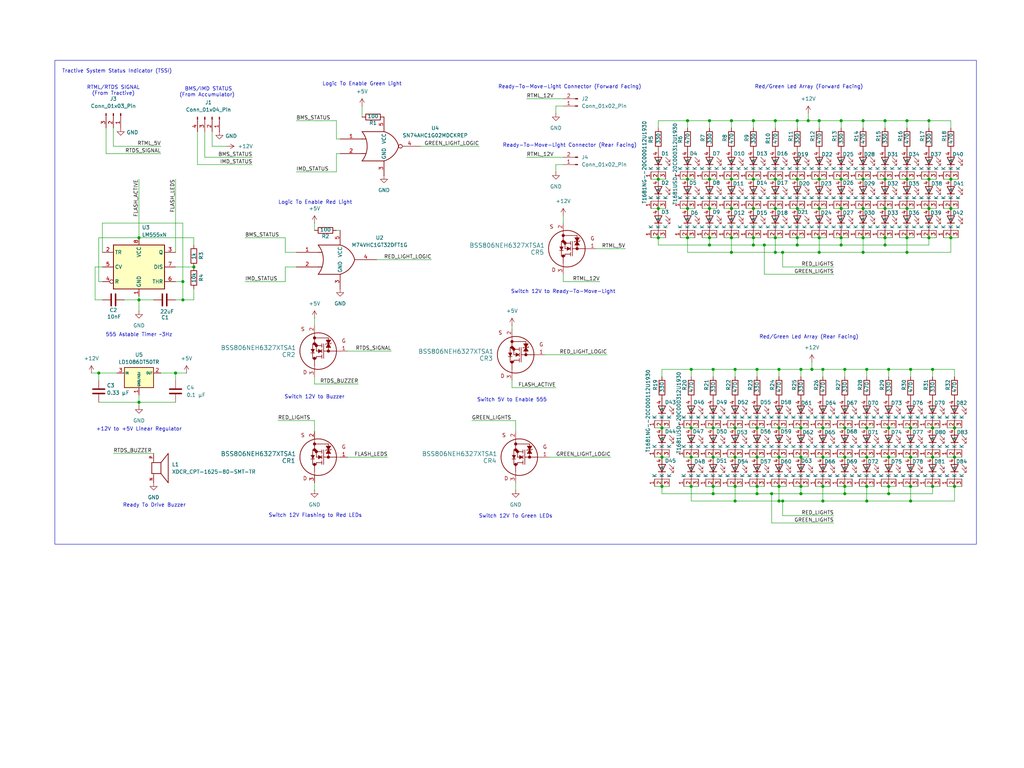
<source format=kicad_sch>
(kicad_sch (version 20231120) (generator "eeschema") (generator_version "8.0")
  (paper "User" 355.6 266.7)
  (title_block (title "Tractive System Status Indicator Board") (rev "1.1") (company "Ethan James - Shutdown Subteam - Formula Slug"))
  (junction (at 270.51 128.27))
  (junction (at 331.47 148.59))
  (junction (at 314.96 87.63))
  (junction (at 63.5 104.14))
  (junction (at 246.38 82.55))
  (junction (at 300.99 128.27))
  (junction (at 322.58 62.23))
  (junction (at 307.34 62.23))
  (junction (at 293.37 128.27))
  (junction (at 316.23 168.91))
  (junction (at 261.62 62.23))
  (junction (at 255.27 128.27))
  (junction (at 271.78 87.63))
  (junction (at 299.72 41.91))
  (junction (at 276.86 62.23))
  (junction (at 255.27 158.75))
  (junction (at 261.62 85.09))
  (junction (at 292.1 82.55))
  (junction (at 308.61 171.45))
  (junction (at 262.89 158.75))
  (junction (at 229.87 168.91))
  (junction (at 34.29 129.54))
  (junction (at 247.65 171.45))
  (junction (at 270.51 173.99))
  (junction (at 276.86 41.91))
  (junction (at 247.65 158.75))
  (junction (at 316.23 173.99))
  (junction (at 261.62 72.39))
  (junction (at 330.2 82.55))
  (junction (at 292.1 62.23))
  (junction (at 300.99 168.91))
  (junction (at 238.76 41.91))
  (junction (at 262.89 168.91))
  (junction (at 271.78 173.99))
  (junction (at 331.47 168.91))
  (junction (at 292.1 85.09))
  (junction (at 254 62.23))
  (junction (at 316.23 148.59))
  (junction (at 300.99 148.59))
  (junction (at 254 72.39))
  (junction (at 246.38 72.39))
  (junction (at 254 41.91))
  (junction (at 299.72 72.39))
  (junction (at 228.6 62.23))
  (junction (at 276.86 72.39))
  (junction (at 270.51 148.59))
  (junction (at 269.24 87.63))
  (junction (at 285.75 168.91))
  (junction (at 278.13 168.91))
  (junction (at 293.37 171.45))
  (junction (at 261.62 82.55))
  (junction (at 270.51 158.75))
  (junction (at 254 87.63))
  (junction (at 48.26 82.55))
  (junction (at 322.58 41.91))
  (junction (at 228.6 82.55))
  (junction (at 307.34 72.39))
  (junction (at 238.76 62.23))
  (junction (at 307.34 82.55))
  (junction (at 284.48 41.91))
  (junction (at 284.48 87.63))
  (junction (at 262.89 171.45))
  (junction (at 284.48 72.39))
  (junction (at 323.85 128.27))
  (junction (at 314.96 72.39))
  (junction (at 247.65 168.91))
  (junction (at 285.75 148.59))
  (junction (at 307.34 41.91))
  (junction (at 60.96 129.54))
  (junction (at 284.48 62.23))
  (junction (at 255.27 148.59))
  (junction (at 300.99 173.99))
  (junction (at 269.24 41.91))
  (junction (at 269.24 72.39))
  (junction (at 316.23 158.75))
  (junction (at 247.65 128.27))
  (junction (at 238.76 72.39))
  (junction (at 285.75 158.75))
  (junction (at 276.86 85.09))
  (junction (at 281.94 128.27))
  (junction (at 314.96 82.55))
  (junction (at 280.67 41.91))
  (junction (at 48.26 104.14))
  (junction (at 307.34 85.09))
  (junction (at 265.43 85.09))
  (junction (at 267.97 171.45))
  (junction (at 299.72 62.23))
  (junction (at 284.48 82.55))
  (junction (at 323.85 168.91))
  (junction (at 308.61 148.59))
  (junction (at 262.89 148.59))
  (junction (at 293.37 168.91))
  (junction (at 262.89 128.27))
  (junction (at 240.03 158.75))
  (junction (at 322.58 72.39))
  (junction (at 48.26 139.7))
  (junction (at 293.37 158.75))
  (junction (at 285.75 128.27))
  (junction (at 285.75 173.99))
  (junction (at 269.24 82.55))
  (junction (at 240.03 128.27))
  (junction (at 330.2 72.39))
  (junction (at 240.03 168.91))
  (junction (at 229.87 148.59))
  (junction (at 255.27 168.91))
  (junction (at 308.61 128.27))
  (junction (at 247.65 148.59))
  (junction (at 299.72 87.63))
  (junction (at 292.1 72.39))
  (junction (at 246.38 85.09))
  (junction (at 254 82.55))
  (junction (at 308.61 168.91))
  (junction (at 261.62 41.91))
  (junction (at 331.47 158.75))
  (junction (at 240.03 148.59))
  (junction (at 323.85 158.75))
  (junction (at 278.13 171.45))
  (junction (at 246.38 41.91))
  (junction (at 323.85 148.59))
  (junction (at 293.37 148.59))
  (junction (at 300.99 158.75))
  (junction (at 276.86 82.55))
  (junction (at 270.51 168.91))
  (junction (at 63.5 97.79))
  (junction (at 269.24 62.23))
  (junction (at 299.72 82.55))
  (junction (at 278.13 158.75))
  (junction (at 229.87 158.75))
  (junction (at 330.2 62.23))
  (junction (at 246.38 62.23))
  (junction (at 67.31 92.71))
  (junction (at 228.6 72.39))
  (junction (at 278.13 128.27))
  (junction (at 308.61 158.75))
  (junction (at 238.76 82.55))
  (junction (at 314.96 62.23))
  (junction (at 316.23 128.27))
  (junction (at 255.27 173.99))
  (junction (at 314.96 41.91))
  (junction (at 322.58 82.55))
  (junction (at 278.13 148.59))
  (junction (at 292.1 41.91))
  (wire (pts (xy 240.03 173.99) (xy 255.27 173.99)))
  (wire (pts (xy 163.83 146.05) (xy 179.07 146.05)))
  (wire (pts (xy 195.58 34.29) (xy 182.88 34.29)))
  (wire (pts (xy 299.72 82.55) (xy 299.72 87.63)))
  (wire (pts (xy 265.43 95.25) (xy 265.43 85.09)))
  (wire (pts (xy 254 62.23) (xy 256.54 62.23)))
  (wire (pts (xy 262.89 128.27) (xy 262.89 130.81)))
  (wire (pts (xy 328.93 158.75) (xy 331.47 158.75)))
  (wire (pts (xy 323.85 128.27) (xy 323.85 130.81)))
  (wire (pts (xy 284.48 82.55) (xy 287.02 82.55)))
  (wire (pts (xy 266.7 82.55) (xy 269.24 82.55)))
  (wire (pts (xy 327.66 82.55) (xy 330.2 82.55)))
  (wire (pts (xy 323.85 128.27) (xy 331.47 128.27)))
  (wire (pts (xy 48.26 82.55) (xy 67.31 82.55)))
  (wire (pts (xy 276.86 62.23) (xy 279.4 62.23)))
  (wire (pts (xy 298.45 168.91) (xy 300.99 168.91)))
  (wire (pts (xy 226.06 72.39) (xy 228.6 72.39)))
  (wire (pts (xy 330.2 82.55) (xy 332.74 82.55)))
  (wire (pts (xy 193.04 59.69) (xy 193.04 57.15)))
  (wire (pts (xy 316.23 128.27) (xy 323.85 128.27)))
  (wire (pts (xy 275.59 158.75) (xy 278.13 158.75)))
  (wire (pts (xy 238.76 62.23) (xy 241.3 62.23)))
  (wire (pts (xy 306.07 168.91) (xy 308.61 168.91)))
  (wire (pts (xy 228.6 82.55) (xy 228.6 85.09)))
  (wire (pts (xy 321.31 148.59) (xy 323.85 148.59)))
  (wire (pts (xy 331.47 148.59) (xy 334.01 148.59)))
  (wire (pts (xy 246.38 85.09) (xy 261.62 85.09)))
  (wire (pts (xy 260.35 158.75) (xy 262.89 158.75)))
  (wire (pts (xy 247.65 168.91) (xy 250.19 168.91)))
  (wire (pts (xy 292.1 85.09) (xy 307.34 85.09)))
  (wire (pts (xy 246.38 62.23) (xy 248.92 62.23)))
  (wire (pts (xy 254 41.91) (xy 254 44.45)))
  (wire (pts (xy 298.45 158.75) (xy 300.99 158.75)))
  (wire (pts (xy 251.46 82.55) (xy 254 82.55)))
  (wire (pts (xy 55.88 129.54) (xy 60.96 129.54)))
  (wire (pts (xy 116.84 41.91) (xy 116.84 48.26)))
  (wire (pts (xy 99.06 87.63) (xy 102.87 87.63)))
  (wire (pts (xy 261.62 82.55) (xy 261.62 85.09)))
  (wire (pts (xy 240.03 168.91) (xy 240.03 173.99)))
  (wire (pts (xy 297.18 82.55) (xy 299.72 82.55)))
  (wire (pts (xy 237.49 168.91) (xy 240.03 168.91)))
  (wire (pts (xy 308.61 128.27) (xy 316.23 128.27)))
  (wire (pts (xy 271.78 173.99) (xy 285.75 173.99)))
  (wire (pts (xy 254 82.55) (xy 256.54 82.55)))
  (wire (pts (xy 284.48 82.55) (xy 284.48 87.63)))
  (wire (pts (xy 269.24 41.91) (xy 269.24 44.45)))
  (wire (pts (xy 285.75 158.75) (xy 288.29 158.75)))
  (wire (pts (xy 177.8 134.62) (xy 177.8 132.08)))
  (wire (pts (xy 33.02 104.14) (xy 35.56 104.14)))
  (wire (pts (xy 33.02 92.71) (xy 33.02 104.14)))
  (wire (pts (xy 229.87 128.27) (xy 229.87 130.81)))
  (wire (pts (xy 31.75 129.54) (xy 34.29 129.54)))
  (wire (pts (xy 238.76 72.39) (xy 241.3 72.39)))
  (wire (pts (xy 109.22 110.49) (xy 109.22 113.03)))
  (wire (pts (xy 284.48 41.91) (xy 292.1 41.91)))
  (wire (pts (xy 314.96 41.91) (xy 322.58 41.91)))
  (wire (pts (xy 260.35 148.59) (xy 262.89 148.59)))
  (wire (pts (xy 304.8 82.55) (xy 307.34 82.55)))
  (wire (pts (xy 262.89 148.59) (xy 265.43 148.59)))
  (wire (pts (xy 71.12 45.72) (xy 71.12 54.61)))
  (wire (pts (xy 269.24 82.55) (xy 269.24 87.63)))
  (wire (pts (xy 228.6 62.23) (xy 231.14 62.23)))
  (wire (pts (xy 246.38 82.55) (xy 246.38 85.09)))
  (wire (pts (xy 246.38 82.55) (xy 248.92 82.55)))
  (wire (pts (xy 252.73 158.75) (xy 255.27 158.75)))
  (wire (pts (xy 43.18 104.14) (xy 48.26 104.14)))
  (wire (pts (xy 274.32 82.55) (xy 276.86 82.55)))
  (wire (pts (xy 247.65 171.45) (xy 262.89 171.45)))
  (wire (pts (xy 278.13 168.91) (xy 280.67 168.91)))
  (wire (pts (xy 39.37 157.48) (xy 53.34 157.48)))
  (wire (pts (xy 60.96 92.71) (xy 67.31 92.71)))
  (wire (pts (xy 322.58 82.55) (xy 322.58 85.09)))
  (wire (pts (xy 34.29 97.79) (xy 35.56 97.79)))
  (wire (pts (xy 299.72 87.63) (xy 314.96 87.63)))
  (wire (pts (xy 39.37 50.8) (xy 55.88 50.8)))
  (wire (pts (xy 297.18 62.23) (xy 299.72 62.23)))
  (wire (pts (xy 284.48 72.39) (xy 287.02 72.39)))
  (wire (pts (xy 292.1 82.55) (xy 294.64 82.55)))
  (wire (pts (xy 193.04 57.15) (xy 195.58 57.15)))
  (wire (pts (xy 314.96 82.55) (xy 314.96 87.63)))
  (wire (pts (xy 245.11 148.59) (xy 247.65 148.59)))
  (wire (pts (xy 63.5 104.14) (xy 67.31 104.14)))
  (wire (pts (xy 261.62 41.91) (xy 261.62 44.45)))
  (wire (pts (xy 300.99 158.75) (xy 303.53 158.75)))
  (wire (pts (xy 290.83 148.59) (xy 293.37 148.59)))
  (wire (pts (xy 195.58 95.25) (xy 195.58 97.79)))
  (wire (pts (xy 276.86 41.91) (xy 276.86 44.45)))
  (wire (pts (xy 307.34 82.55) (xy 307.34 85.09)))
  (wire (pts (xy 327.66 72.39) (xy 330.2 72.39)))
  (wire (pts (xy 266.7 72.39) (xy 269.24 72.39)))
  (wire (pts (xy 254 87.63) (xy 269.24 87.63)))
  (wire (pts (xy 267.97 171.45) (xy 278.13 171.45)))
  (wire (pts (xy 255.27 128.27) (xy 255.27 130.81)))
  (wire (pts (xy 293.37 158.75) (xy 295.91 158.75)))
  (wire (pts (xy 308.61 128.27) (xy 308.61 130.81)))
  (wire (pts (xy 190.5 158.75) (xy 212.09 158.75)))
  (wire (pts (xy 265.43 85.09) (xy 276.86 85.09)))
  (wire (pts (xy 48.26 137.16) (xy 48.26 139.7)))
  (wire (pts (xy 68.58 57.15) (xy 87.63 57.15)))
  (wire (pts (xy 322.58 82.55) (xy 325.12 82.55)))
  (wire (pts (xy 246.38 41.91) (xy 246.38 44.45)))
  (wire (pts (xy 34.29 129.54) (xy 34.29 132.08)))
  (wire (pts (xy 85.09 97.79) (xy 99.06 97.79)))
  (wire (pts (xy 262.89 128.27) (xy 270.51 128.27)))
  (wire (pts (xy 274.32 72.39) (xy 276.86 72.39)))
  (wire (pts (xy 34.29 139.7) (xy 48.26 139.7)))
  (wire (pts (xy 261.62 85.09) (xy 265.43 85.09)))
  (wire (pts (xy 276.86 72.39) (xy 279.4 72.39)))
  (wire (pts (xy 193.04 39.37) (xy 193.04 36.83)))
  (wire (pts (xy 271.78 179.07) (xy 289.56 179.07)))
  (wire (pts (xy 229.87 168.91) (xy 229.87 171.45)))
  (wire (pts (xy 271.78 179.07) (xy 271.78 173.99)))
  (wire (pts (xy 293.37 171.45) (xy 308.61 171.45)))
  (wire (pts (xy 255.27 158.75) (xy 257.81 158.75)))
  (wire (pts (xy 269.24 82.55) (xy 271.78 82.55)))
  (wire (pts (xy 227.33 148.59) (xy 229.87 148.59)))
  (wire (pts (xy 284.48 62.23) (xy 287.02 62.23)))
  (wire (pts (xy 271.78 92.71) (xy 289.56 92.71)))
  (wire (pts (xy 34.29 82.55) (xy 48.26 82.55)))
  (wire (pts (xy 323.85 168.91) (xy 323.85 171.45)))
  (wire (pts (xy 247.65 158.75) (xy 250.19 158.75)))
  (wire (pts (xy 99.06 92.71) (xy 102.87 92.71)))
  (wire (pts (xy 322.58 41.91) (xy 322.58 44.45)))
  (wire (pts (xy 243.84 72.39) (xy 246.38 72.39)))
  (wire (pts (xy 226.06 82.55) (xy 228.6 82.55)))
  (wire (pts (xy 247.65 168.91) (xy 247.65 171.45)))
  (wire (pts (xy 285.75 128.27) (xy 285.75 130.81)))
  (wire (pts (xy 308.61 168.91) (xy 311.15 168.91)))
  (wire (pts (xy 34.29 97.79) (xy 34.29 82.55)))
  (wire (pts (xy 246.38 85.09) (xy 228.6 85.09)))
  (wire (pts (xy 255.27 128.27) (xy 262.89 128.27)))
  (wire (pts (xy 34.29 129.54) (xy 40.64 129.54)))
  (wire (pts (xy 285.75 168.91) (xy 288.29 168.91)))
  (wire (pts (xy 320.04 82.55) (xy 322.58 82.55)))
  (wire (pts (xy 237.49 148.59) (xy 240.03 148.59)))
  (wire (pts (xy 236.22 82.55) (xy 238.76 82.55)))
  (wire (pts (xy 251.46 62.23) (xy 254 62.23)))
  (wire (pts (xy 313.69 168.91) (xy 316.23 168.91)))
  (wire (pts (xy 254 72.39) (xy 256.54 72.39)))
  (wire (pts (xy 63.5 97.79) (xy 63.5 77.47)))
  (wire (pts (xy 284.48 41.91) (xy 284.48 44.45)))
  (wire (pts (xy 247.65 128.27) (xy 247.65 130.81)))
  (wire (pts (xy 229.87 128.27) (xy 240.03 128.27)))
  (wire (pts (xy 195.58 97.79) (xy 208.28 97.79)))
  (wire (pts (xy 36.83 44.45) (xy 36.83 53.34)))
  (wire (pts (xy 255.27 173.99) (xy 270.51 173.99)))
  (wire (pts (xy 300.99 168.91) (xy 303.53 168.91)))
  (wire (pts (xy 60.96 104.14) (xy 63.5 104.14)))
  (wire (pts (xy 292.1 82.55) (xy 292.1 85.09)))
  (wire (pts (xy 299.72 82.55) (xy 302.26 82.55)))
  (wire (pts (xy 300.99 148.59) (xy 303.53 148.59)))
  (wire (pts (xy 285.75 168.91) (xy 285.75 173.99)))
  (wire (pts (xy 73.66 45.72) (xy 73.66 50.8)))
  (wire (pts (xy 281.94 72.39) (xy 284.48 72.39)))
  (wire (pts (xy 269.24 87.63) (xy 271.78 87.63)))
  (wire (pts (xy 285.75 128.27) (xy 293.37 128.27)))
  (wire (pts (xy 125.73 40.64) (xy 125.73 36.83)))
  (wire (pts (xy 323.85 148.59) (xy 326.39 148.59)))
  (wire (pts (xy 292.1 72.39) (xy 294.64 72.39)))
  (wire (pts (xy 48.26 139.7) (xy 60.96 139.7)))
  (wire (pts (xy 330.2 72.39) (xy 332.74 72.39)))
  (wire (pts (xy 281.94 82.55) (xy 284.48 82.55)))
  (wire (pts (xy 60.96 129.54) (xy 64.77 129.54)))
  (wire (pts (xy 304.8 62.23) (xy 307.34 62.23)))
  (wire (pts (xy 276.86 82.55) (xy 279.4 82.55)))
  (wire (pts (xy 307.34 82.55) (xy 309.88 82.55)))
  (wire (pts (xy 67.31 82.55) (xy 67.31 85.09)))
  (wire (pts (xy 116.84 59.69) (xy 116.84 53.34)))
  (wire (pts (xy 193.04 36.83) (xy 195.58 36.83)))
  (wire (pts (xy 306.07 158.75) (xy 308.61 158.75)))
  (wire (pts (xy 102.87 59.69) (xy 116.84 59.69)))
  (wire (pts (xy 328.93 168.91) (xy 331.47 168.91)))
  (wire (pts (xy 289.56 72.39) (xy 292.1 72.39)))
  (wire (pts (xy 102.87 41.91) (xy 116.84 41.91)))
  (wire (pts (xy 251.46 72.39) (xy 254 72.39)))
  (wire (pts (xy 259.08 62.23) (xy 261.62 62.23)))
  (wire (pts (xy 290.83 168.91) (xy 293.37 168.91)))
  (wire (pts (xy 316.23 168.91) (xy 318.77 168.91)))
  (wire (pts (xy 323.85 168.91) (xy 326.39 168.91)))
  (wire (pts (xy 267.97 181.61) (xy 267.97 171.45)))
  (wire (pts (xy 120.65 158.75) (xy 134.62 158.75)))
  (wire (pts (xy 240.03 148.59) (xy 242.57 148.59)))
  (wire (pts (xy 270.51 168.91) (xy 273.05 168.91)))
  (wire (pts (xy 193.04 134.62) (xy 177.8 134.62)))
  (wire (pts (xy 267.97 158.75) (xy 270.51 158.75)))
  (wire (pts (xy 312.42 72.39) (xy 314.96 72.39)))
  (wire (pts (xy 300.99 168.91) (xy 300.99 173.99)))
  (wire (pts (xy 67.31 104.14) (xy 67.31 100.33)))
  (wire (pts (xy 316.23 148.59) (xy 318.77 148.59)))
  (wire (pts (xy 321.31 158.75) (xy 323.85 158.75)))
  (wire (pts (xy 63.5 77.47) (xy 35.56 77.47)))
  (wire (pts (xy 262.89 158.75) (xy 265.43 158.75)))
  (wire (pts (xy 228.6 72.39) (xy 231.14 72.39)))
  (wire (pts (xy 243.84 62.23) (xy 246.38 62.23)))
  (wire (pts (xy 246.38 72.39) (xy 248.92 72.39)))
  (wire (pts (xy 261.62 82.55) (xy 264.16 82.55)))
  (wire (pts (xy 177.8 113.03) (xy 177.8 114.3)))
  (wire (pts (xy 262.89 168.91) (xy 262.89 171.45)))
  (wire (pts (xy 312.42 82.55) (xy 314.96 82.55)))
  (wire (pts (xy 304.8 72.39) (xy 307.34 72.39)))
  (wire (pts (xy 280.67 41.91) (xy 284.48 41.91)))
  (wire (pts (xy 228.6 41.91) (xy 228.6 44.45)))
  (wire (pts (xy 322.58 41.91) (xy 330.2 41.91)))
  (wire (pts (xy 278.13 128.27) (xy 278.13 130.81)))
  (wire (pts (xy 270.51 148.59) (xy 273.05 148.59)))
  (wire (pts (xy 331.47 128.27) (xy 331.47 130.81)))
  (wire (pts (xy 71.12 54.61) (xy 87.63 54.61)))
  (wire (pts (xy 245.11 158.75) (xy 247.65 158.75)))
  (wire (pts (xy 300.99 173.99) (xy 316.23 173.99)))
  (wire (pts (xy 307.34 41.91) (xy 314.96 41.91)))
  (wire (pts (xy 316.23 128.27) (xy 316.23 130.81)))
  (wire (pts (xy 240.03 158.75) (xy 242.57 158.75)))
  (wire (pts (xy 327.66 62.23) (xy 330.2 62.23)))
  (wire (pts (xy 308.61 148.59) (xy 311.15 148.59)))
  (wire (pts (xy 255.27 148.59) (xy 257.81 148.59)))
  (wire (pts (xy 299.72 62.23) (xy 302.26 62.23)))
  (wire (pts (xy 73.66 50.8) (xy 78.74 50.8)))
  (wire (pts (xy 228.6 41.91) (xy 238.76 41.91)))
  (wire (pts (xy 321.31 168.91) (xy 323.85 168.91)))
  (wire (pts (xy 280.67 39.37) (xy 280.67 41.91)))
  (wire (pts (xy 293.37 128.27) (xy 293.37 130.81)))
  (wire (pts (xy 313.69 148.59) (xy 316.23 148.59)))
  (wire (pts (xy 269.24 41.91) (xy 276.86 41.91)))
  (wire (pts (xy 278.13 128.27) (xy 281.94 128.27)))
  (wire (pts (xy 259.08 82.55) (xy 261.62 82.55)))
  (wire (pts (xy 308.61 158.75) (xy 311.15 158.75)))
  (wire (pts (xy 299.72 72.39) (xy 302.26 72.39)))
  (wire (pts (xy 314.96 82.55) (xy 317.5 82.55)))
  (wire (pts (xy 313.69 158.75) (xy 316.23 158.75)))
  (wire (pts (xy 252.73 148.59) (xy 255.27 148.59)))
  (wire (pts (xy 270.51 158.75) (xy 273.05 158.75)))
  (wire (pts (xy 260.35 168.91) (xy 262.89 168.91)))
  (wire (pts (xy 116.84 53.34) (xy 118.11 53.34)))
  (wire (pts (xy 189.23 123.19) (xy 210.82 123.19)))
  (wire (pts (xy 226.06 62.23) (xy 228.6 62.23)))
  (wire (pts (xy 240.03 128.27) (xy 240.03 130.81)))
  (wire (pts (xy 228.6 82.55) (xy 231.14 82.55)))
  (wire (pts (xy 314.96 41.91) (xy 314.96 44.45)))
  (wire (pts (xy 109.22 77.47) (xy 109.22 80.01)))
  (wire (pts (xy 300.99 128.27) (xy 300.99 130.81)))
  (wire (pts (xy 322.58 62.23) (xy 325.12 62.23)))
  (wire (pts (xy 246.38 41.91) (xy 254 41.91)))
  (wire (pts (xy 292.1 41.91) (xy 299.72 41.91)))
  (wire (pts (xy 48.26 104.14) (xy 48.26 107.95)))
  (wire (pts (xy 109.22 170.18) (xy 109.22 167.64)))
  (wire (pts (xy 328.93 148.59) (xy 331.47 148.59)))
  (wire (pts (xy 293.37 128.27) (xy 300.99 128.27)))
  (wire (pts (xy 109.22 146.05) (xy 109.22 149.86)))
  (wire (pts (xy 298.45 148.59) (xy 300.99 148.59)))
  (wire (pts (xy 229.87 158.75) (xy 232.41 158.75)))
  (wire (pts (xy 130.81 90.17) (xy 149.86 90.17)))
  (wire (pts (xy 316.23 158.75) (xy 318.77 158.75)))
  (wire (pts (xy 227.33 158.75) (xy 229.87 158.75)))
  (wire (pts (xy 60.96 129.54) (xy 60.96 132.08)))
  (wire (pts (xy 322.58 85.09) (xy 307.34 85.09)))
  (wire (pts (xy 255.27 168.91) (xy 255.27 173.99)))
  (wire (pts (xy 179.07 170.18) (xy 179.07 167.64)))
  (wire (pts (xy 48.26 104.14) (xy 53.34 104.14)))
  (wire (pts (xy 60.96 97.79) (xy 63.5 97.79)))
  (wire (pts (xy 271.78 173.99) (xy 270.51 173.99)))
  (wire (pts (xy 195.58 74.93) (xy 195.58 77.47)))
  (wire (pts (xy 99.06 97.79) (xy 99.06 92.71)))
  (wire (pts (xy 299.72 41.91) (xy 307.34 41.91)))
  (wire (pts (xy 63.5 97.79) (xy 63.5 104.14)))
  (wire (pts (xy 227.33 168.91) (xy 229.87 168.91)))
  (wire (pts (xy 323.85 171.45) (xy 308.61 171.45)))
  (wire (pts (xy 254 41.91) (xy 261.62 41.91)))
  (wire (pts (xy 293.37 168.91) (xy 293.37 171.45)))
  (wire (pts (xy 243.84 82.55) (xy 246.38 82.55)))
  (wire (pts (xy 238.76 87.63) (xy 254 87.63)))
  (wire (pts (xy 276.86 85.09) (xy 292.1 85.09)))
  (wire (pts (xy 330.2 62.23) (xy 332.74 62.23)))
  (wire (pts (xy 96.52 146.05) (xy 109.22 146.05)))
  (wire (pts (xy 300.99 128.27) (xy 308.61 128.27)))
  (wire (pts (xy 238.76 41.91) (xy 238.76 44.45)))
  (wire (pts (xy 276.86 82.55) (xy 276.86 85.09)))
  (wire (pts (xy 270.51 168.91) (xy 270.51 173.99)))
  (wire (pts (xy 274.32 62.23) (xy 276.86 62.23)))
  (wire (pts (xy 238.76 82.55) (xy 238.76 87.63)))
  (wire (pts (xy 36.83 53.34) (xy 55.88 53.34)))
  (wire (pts (xy 48.26 62.23) (xy 48.26 82.55)))
  (wire (pts (xy 331.47 168.91) (xy 331.47 173.99)))
  (wire (pts (xy 289.56 62.23) (xy 292.1 62.23)))
  (wire (pts (xy 247.65 148.59) (xy 250.19 148.59)))
  (wire (pts (xy 269.24 62.23) (xy 271.78 62.23)))
  (wire (pts (xy 281.94 62.23) (xy 284.48 62.23)))
  (wire (pts (xy 270.51 128.27) (xy 278.13 128.27)))
  (wire (pts (xy 261.62 72.39) (xy 264.16 72.39)))
  (wire (pts (xy 238.76 41.91) (xy 246.38 41.91)))
  (wire (pts (xy 99.06 82.55) (xy 99.06 87.63)))
  (wire (pts (xy 109.22 130.81) (xy 109.22 133.35)))
  (wire (pts (xy 289.56 82.55) (xy 292.1 82.55)))
  (wire (pts (xy 48.26 102.87) (xy 48.26 104.14)))
  (wire (pts (xy 330.2 82.55) (xy 330.2 87.63)))
  (wire (pts (xy 60.96 87.63) (xy 60.96 62.23)))
  (wire (pts (xy 179.07 146.05) (xy 179.07 149.86)))
  (wire (pts (xy 109.22 133.35) (xy 124.46 133.35)))
  (wire (pts (xy 293.37 148.59) (xy 295.91 148.59)))
  (wire (pts (xy 269.24 72.39) (xy 271.78 72.39)))
  (wire (pts (xy 261.62 62.23) (xy 264.16 62.23)))
  (wire (pts (xy 245.11 168.91) (xy 247.65 168.91)))
  (wire (pts (xy 116.84 48.26) (xy 118.11 48.26)))
  (wire (pts (xy 314.96 72.39) (xy 317.5 72.39)))
  (wire (pts (xy 267.97 181.61) (xy 289.56 181.61)))
  (wire (pts (xy 297.18 72.39) (xy 299.72 72.39)))
  (wire (pts (xy 292.1 41.91) (xy 292.1 44.45)))
  (wire (pts (xy 247.65 128.27) (xy 255.27 128.27)))
  (wire (pts (xy 283.21 168.91) (xy 285.75 168.91)))
  (wire (pts (xy 116.84 80.01) (xy 118.11 80.01)))
  (wire (pts (xy 283.21 158.75) (xy 285.75 158.75)))
  (wire (pts (xy 240.03 128.27) (xy 247.65 128.27)))
  (wire (pts (xy 292.1 62.23) (xy 294.64 62.23)))
  (wire (pts (xy 278.13 168.91) (xy 278.13 171.45)))
  (wire (pts (xy 261.62 41.91) (xy 269.24 41.91)))
  (wire (pts (xy 262.89 168.91) (xy 265.43 168.91)))
  (wire (pts (xy 237.49 158.75) (xy 240.03 158.75)))
  (wire (pts (xy 312.42 62.23) (xy 314.96 62.23)))
  (wire (pts (xy 314.96 62.23) (xy 317.5 62.23)))
  (wire (pts (xy 331.47 168.91) (xy 334.01 168.91)))
  (wire (pts (xy 229.87 148.59) (xy 232.41 148.59)))
  (wire (pts (xy 290.83 158.75) (xy 293.37 158.75)))
  (wire (pts (xy 330.2 41.91) (xy 330.2 44.45)))
  (wire (pts (xy 166.37 50.8) (xy 146.05 50.8)))
  (wire (pts (xy 330.2 87.63) (xy 314.96 87.63)))
  (wire (pts (xy 307.34 72.39) (xy 309.88 72.39)))
  (wire (pts (xy 275.59 168.91) (xy 278.13 168.91)))
  (wire (pts (xy 267.97 148.59) (xy 270.51 148.59)))
  (wire (pts (xy 331.47 173.99) (xy 316.23 173.99)))
  (wire (pts (xy 262.89 171.45) (xy 267.97 171.45)))
  (wire (pts (xy 68.58 45.72) (xy 68.58 57.15)))
  (wire (pts (xy 284.48 87.63) (xy 299.72 87.63)))
  (wire (pts (xy 320.04 72.39) (xy 322.58 72.39)))
  (wire (pts (xy 283.21 148.59) (xy 285.75 148.59)))
  (wire (pts (xy 252.73 168.91) (xy 255.27 168.91)))
  (wire (pts (xy 293.37 168.91) (xy 295.91 168.91)))
  (wire (pts (xy 271.78 87.63) (xy 284.48 87.63)))
  (wire (pts (xy 278.13 158.75) (xy 280.67 158.75)))
  (wire (pts (xy 323.85 158.75) (xy 326.39 158.75)))
  (wire (pts (xy 306.07 148.59) (xy 308.61 148.59)))
  (wire (pts (xy 247.65 171.45) (xy 229.87 171.45)))
  (wire (pts (xy 207.01 86.36) (xy 217.17 86.36)))
  (wire (pts (xy 275.59 148.59) (xy 278.13 148.59)))
  (wire (pts (xy 285.75 173.99) (xy 300.99 173.99)))
  (wire (pts (xy 120.65 121.92) (xy 135.89 121.92)))
  (wire (pts (xy 265.43 95.25) (xy 289.56 95.25)))
  (wire (pts (xy 271.78 92.71) (xy 271.78 87.63)))
  (wire (pts (xy 35.56 77.47) (xy 35.56 87.63)))
  (wire (pts (xy 322.58 72.39) (xy 325.12 72.39)))
  (wire (pts (xy 48.26 139.7) (xy 48.26 140.97)))
  (wire (pts (xy 281.94 125.73) (xy 281.94 128.27)))
  (wire (pts (xy 238.76 82.55) (xy 241.3 82.55)))
  (wire (pts (xy 270.51 128.27) (xy 270.51 130.81)))
  (wire (pts (xy 320.04 62.23) (xy 322.58 62.23)))
  (wire (pts (xy 229.87 168.91) (xy 232.41 168.91)))
  (wire (pts (xy 307.34 62.23) (xy 309.88 62.23)))
  (wire (pts (xy 39.37 44.45) (xy 39.37 50.8)))
  (wire (pts (xy 254 82.55) (xy 254 87.63)))
  (wire (pts (xy 195.58 54.61) (xy 182.88 54.61)))
  (wire (pts (xy 236.22 72.39) (xy 238.76 72.39)))
  (wire (pts (xy 240.03 168.91) (xy 242.57 168.91)))
  (wire (pts (xy 299.72 41.91) (xy 299.72 44.45)))
  (wire (pts (xy 267.97 168.91) (xy 270.51 168.91)))
  (wire (pts (xy 331.47 158.75) (xy 334.01 158.75)))
  (wire (pts (xy 276.86 41.91) (xy 280.67 41.91)))
  (wire (pts (xy 281.94 128.27) (xy 285.75 128.27)))
  (wire (pts (xy 316.23 168.91) (xy 316.23 173.99)))
  (wire (pts (xy 307.34 41.91) (xy 307.34 44.45)))
  (wire (pts (xy 259.08 72.39) (xy 261.62 72.39)))
  (wire (pts (xy 266.7 62.23) (xy 269.24 62.23)))
  (wire (pts (xy 33.02 92.71) (xy 35.56 92.71)))
  (wire (pts (xy 85.09 82.55) (xy 99.06 82.55)))
  (wire (pts (xy 236.22 62.23) (xy 238.76 62.23)))
  (wire (pts (xy 278.13 148.59) (xy 280.67 148.59)))
  (wire (pts (xy 278.13 171.45) (xy 293.37 171.45)))
  (wire (pts (xy 308.61 168.91) (xy 308.61 171.45)))
  (wire (pts (xy 255.27 168.91) (xy 257.81 168.91)))
  (wire (pts (xy 285.75 148.59) (xy 288.29 148.59)))
  (rectangle (start 19.05 20.955) (end 339.09 188.976))
  (text "Switch 12V to Ready-To-Move-Light" (at 195.58 101.346 0) (effects (font (size 1.27 1.27))))
  (text "Switch 12V Flashing to Red LEDs" (at 109.474 179.07 0) (effects (font (size 1.27 1.27))))
  (text "Logic To Enable Red Light" (at 109.474 70.358 0) (effects (font (size 1.27 1.27))))
  (text "Tractive System Status Indicator (TSSI)" (at 40.64 24.765 0) (effects (font (size 1.27 1.27))))
  (text "Switch 12V to Buzzer" (at 109.22 137.922 0) (effects (font (size 1.27 1.27))))
  (text "Red/Green Led Array (Rear Facing)" (at 280.924 117.094 0) (effects (font (size 1.27 1.27))))
  (text "BMS/IMD STATUS\n(From Accumulator) " (at 72.39 32.004 0) (effects (font (size 1.27 1.27))))
  (text "Logic To Enable Green Light" (at 125.73 29.21 0) (effects (font (size 1.27 1.27))))
  (text "Ready-To-Move-Light Connector (Forward Facing)" (at 197.866 30.226 0) (effects (font (size 1.27 1.27))))
  (text "Switch 5V to Enable 555" (at 177.8 138.938 0) (effects (font (size 1.27 1.27))))
  (text "Switch 12V To Green LEDs" (at 179.07 179.324 0) (effects (font (size 1.27 1.27))))
  (text "Ready To Drive Buzzer" (at 53.594 175.514 0) (effects (font (size 1.27 1.27))))
  (text "+12V to +5V Linear Regulator" (at 48.26 149.098 0) (effects (font (size 1.27 1.27))))
  (text "Red/Green Led Array (Forward Facing)" (at 280.924 30.226 0) (effects (font (size 1.27 1.27))))
  (text "Ready-To-Move-Light Connector (Rear Facing)" (at 197.866 50.546 0) (effects (font (size 1.27 1.27))))
  (text "RTML/RTDS SIGNAL\n(From Tractive)" (at 39.37 31.496 0) (effects (font (size 1.27 1.27))))
  (text "555 Astable Timer ~3Hz" (at 48.26 116.332 0) (effects (font (size 1.27 1.27))))
  (label "RTML_5V" (at 217.17 86.36 180))
  (label "RTDS_SIGNAL" (at 135.89 121.92 180))
  (label "RTML_12V" (at 182.88 54.61 0))
  (label "GREEN_LIGHTS" (at 163.83 146.05 0))
  (label "GREEN_LIGHT_LOGIC" (at 212.09 158.75 180))
  (label "FLASH_LEDS" (at 134.62 158.75 180))
  (label "FLASH_LEDS" (at 60.96 62.23 270))
  (label "FLASH_ACTIVE" (at 193.04 134.62 180))
  (label "IMD_STATUS" (at 102.87 59.69 0))
  (label "RTDS_BUZZER" (at 124.46 133.35 180))
  (label "GREEN_LIGHT_LOGIC" (at 166.37 50.8 180))
  (label "RTML_12V" (at 208.28 97.79 180))
  (label "RED_LIGHTS" (at 289.56 179.07 180))
  (label "RED_LIGHTS" (at 289.56 92.71 180))
  (label "IMD_STATUS" (at 85.09 97.79 0))
  (label "RED_LIGHT_LOGIC" (at 210.82 123.19 180))
  (label "RED_LIGHTS" (at 96.52 146.05 0))
  (label "BMS_STATUS" (at 102.87 41.91 0))
  (label "FLASH_ACTIVE" (at 48.26 62.23 270))
  (label "RTDS_BUZZER" (at 39.37 157.48 0))
  (label "RTML_12V" (at 182.88 34.29 0))
  (label "IMD_STATUS" (at 87.63 57.15 180))
  (label "RED_LIGHT_LOGIC" (at 149.86 90.17 180))
  (label "GREEN_LIGHTS" (at 289.56 95.25 180))
  (label "RTDS_SIGNAL" (at 55.88 53.34 180))
  (label "BMS_STATUS" (at 87.63 54.61 180))
  (label "BMS_STATUS" (at 85.09 82.55 0))
  (label "GREEN_LIGHTS" (at 289.56 181.61 180))
  (label "RTML_5V" (at 55.88 50.8 180))
  (symbol (lib_id "T1681NG--20C000112U1930:T1681USD-20C000312U1930") (at 284.48 66.04 90) (unit 1)
    (property "Reference" "D23" (at 284.988 63.754 90) (effects (justify right)))
    (property "Value" "T1681USD-20C000312U1930" (effects (hide yes)))
    (property "Footprint" "Footprints:T1681NG--20C000112U1930" (effects (hide yes)))
    (property "Datasheet" "https://www.digikey.com/en/products/detail/harvatek-corporation/T1681USD-20C000312U1930/16818082" (effects (hide yes)))
    (property "Description" "Red 623nm LED Indication - Discrete 2V 4-PLCC" (effects (hide yes)))
  )
  (symbol (lib_id "T1681NG--20C000112U1930:T1681USD-20C000312U1930") (at 314.96 55.88 90) (unit 1)
    (property "Reference" "D34" (at 315.468 53.594 90) (effects (justify right)))
    (property "Value" "T1681USD-20C000312U1930" (effects (hide yes)))
    (property "Footprint" "Footprints:T1681NG--20C000112U1930" (effects (hide yes)))
    (property "Datasheet" "https://www.digikey.com/en/products/detail/harvatek-corporation/T1681USD-20C000312U1930/16818082" (effects (hide yes)))
    (property "Description" "Red 623nm LED Indication - Discrete 2V 4-PLCC" (effects (hide yes)))
  )
  (symbol (lib_id "T1681NG--20C000112U1930:T1681USD-20C000312U1930") (at 316.23 162.56 90) (unit 1)
    (property "Reference" "D78" (at 316.738 160.274 90) (effects (justify right)))
    (property "Value" "T1681USD-20C000312U1930" (effects (hide yes)))
    (property "Footprint" "Footprints:T1681NG--20C000112U1930" (effects (hide yes)))
    (property "Datasheet" "https://www.digikey.com/en/products/detail/harvatek-corporation/T1681USD-20C000312U1930/16818082" (effects (hide yes)))
    (property "Description" "Red 623nm LED Indication - Discrete 2V 4-PLCC" (effects (hide yes)))
  )
  (symbol (lib_id "Device:R") (at 284.48 48.26 0) (unit 1)
    (property "Reference" "R12" (at 282.194 49.276 90) (effects (justify left)))
    (property "Value" "470" (at 284.48 50.038 90) (effects (justify left)))
    (property "Footprint" "Resistor_SMD:R_0805_2012Metric_Pad1.20x1.40mm_HandSolder" (effects (hide yes)))
    (property "Description" "Resistor" (effects (hide yes)))
  )
  (symbol (lib_id "T1681NG--20C000112U1930:T1681NG--20C000112U1930") (at 322.58 55.88 90) (unit 1)
    (property "Reference" "D37" (at 323.088 53.594 90) (effects (justify right)))
    (property "Value" "T1681NG--20C000112U1930" (effects (hide yes)))
    (property "Footprint" "Footprints:T1681NG--20C000112U1930" (effects (hide yes)))
    (property "Datasheet" "https://mm.digikey.com/Volume0/opasdata/d220001/medias/docus/5343/T1681NG--20C000112U1930.pdf" (effects (hide yes)))
    (property "Description" "Green 525nm LED Indication - Discrete 3.2V 4-PLCC" (effects (hide yes)))
  )
  (symbol (lib_id "Device:R") (at 314.96 48.26 0) (unit 1)
    (property "Reference" "R16" (at 312.674 49.276 90) (effects (justify left)))
    (property "Value" "470" (at 314.96 50.038 90) (effects (justify left)))
    (property "Footprint" "Resistor_SMD:R_0805_2012Metric_Pad1.20x1.40mm_HandSolder" (effects (hide yes)))
    (property "Description" "Resistor" (effects (hide yes)))
  )
  (symbol (lib_id "T1681NG--20C000112U1930:T1681USD-20C000312U1930") (at 269.24 55.88 90) (unit 1)
    (property "Reference" "D16" (at 269.748 53.34 90) (effects (justify right)))
    (property "Value" "T1681USD-20C000312U1930" (effects (hide yes)))
    (property "Footprint" "Footprints:T1681NG--20C000112U1930" (effects (hide yes)))
    (property "Datasheet" "https://www.digikey.com/en/products/detail/harvatek-corporation/T1681USD-20C000312U1930/16818082" (effects (hide yes)))
    (property "Description" "Red 623nm LED Indication - Discrete 2V 4-PLCC" (effects (hide yes)))
  )
  (symbol (lib_id "T1681NG--20C000112U1930:T1681USD-20C000312U1930") (at 314.96 76.2 90) (unit 1)
    (property "Reference" "D36" (at 315.468 73.914 90) (effects (justify right)))
    (property "Value" "T1681USD-20C000312U1930" (effects (hide yes)))
    (property "Footprint" "Footprints:T1681NG--20C000112U1930" (effects (hide yes)))
    (property "Datasheet" "https://www.digikey.com/en/products/detail/harvatek-corporation/T1681USD-20C000312U1930/16818082" (effects (hide yes)))
    (property "Description" "Red 623nm LED Indication - Discrete 2V 4-PLCC" (effects (hide yes)))
  )
  (symbol (lib_id "Device:R") (at 300.99 134.62 0) (unit 1)
    (property "Reference" "R28" (at 298.704 135.636 90) (effects (justify left)))
    (property "Value" "470" (at 300.99 136.398 90) (effects (justify left)))
    (property "Footprint" "Resistor_SMD:R_0805_2012Metric_Pad1.20x1.40mm_HandSolder" (effects (hide yes)))
    (property "Description" "Resistor" (effects (hide yes)))
  )
  (symbol (lib_id "T1681NG--20C000112U1930:T1681NG--20C000112U1930") (at 292.1 55.88 90) (unit 1)
    (property "Reference" "D25" (at 292.608 53.594 90) (effects (justify right)))
    (property "Value" "T1681NG--20C000112U1930" (effects (hide yes)))
    (property "Footprint" "Footprints:T1681NG--20C000112U1930" (effects (hide yes)))
    (property "Datasheet" "https://mm.digikey.com/Volume0/opasdata/d220001/medias/docus/5343/T1681NG--20C000112U1930.pdf" (effects (hide yes)))
    (property "Description" "Green 525nm LED Indication - Discrete 3.2V 4-PLCC" (effects (hide yes)))
  )
  (symbol (lib_id "Device:R") (at 113.03 80.01 270) (unit 1)
    (property "Reference" "R2" (at 113.03 82.042 90))
    (property "Value" "100" (at 113.03 79.756 90))
    (property "Footprint" "Resistor_SMD:R_0805_2012Metric_Pad1.20x1.40mm_HandSolder" (effects (hide yes)))
    (property "Description" "Resistor" (effects (hide yes)))
  )
  (symbol (lib_id "T1681NG--20C000112U1930:T1681USD-20C000312U1930") (at 314.96 66.04 90) (unit 1)
    (property "Reference" "D35" (at 315.468 63.754 90) (effects (justify right)))
    (property "Value" "T1681USD-20C000312U1930" (effects (hide yes)))
    (property "Footprint" "Footprints:T1681NG--20C000112U1930" (effects (hide yes)))
    (property "Datasheet" "https://www.digikey.com/en/products/detail/harvatek-corporation/T1681USD-20C000312U1930/16818082" (effects (hide yes)))
    (property "Description" "Red 623nm LED Indication - Discrete 2V 4-PLCC" (effects (hide yes)))
  )
  (symbol (lib_id "T1681NG--20C000112U1930:T1681NG--20C000112U1930") (at 308.61 152.4 90) (unit 1)
    (property "Reference" "D74" (at 309.372 150.114 90) (effects (justify right)))
    (property "Value" "T1681NG--20C000112U1930" (effects (hide yes)))
    (property "Footprint" "Footprints:T1681NG--20C000112U1930" (effects (hide yes)))
    (property "Datasheet" "https://mm.digikey.com/Volume0/opasdata/d220001/medias/docus/5343/T1681NG--20C000112U1930.pdf" (effects (hide yes)))
    (property "Description" "Green 525nm LED Indication - Discrete 3.2V 4-PLCC" (effects (hide yes)))
  )
  (symbol (lib_id "T1681NG--20C000112U1930:T1681USD-20C000312U1930") (at 238.76 55.88 90) (unit 1)
    (property "Reference" "D4" (at 239.522 53.34 90) (effects (justify right)))
    (property "Value" "T1681USD-20C000312U1930" (at 234.442 42.672 0) (effects (justify right)))
    (property "Footprint" "Footprints:T1681NG--20C000112U1930" (effects (hide yes)))
    (property "Datasheet" "https://www.digikey.com/en/products/detail/harvatek-corporation/T1681USD-20C000312U1930/16818082" (effects (hide yes)))
    (property "Description" "Red 623nm LED Indication - Discrete 2V 4-PLCC" (effects (hide yes)))
  )
  (symbol (lib_id "T1681NG--20C000112U1930:T1681USD-20C000312U1930") (at 330.2 76.2 90) (unit 1)
    (property "Reference" "D42" (at 330.708 73.914 90) (effects (justify right)))
    (property "Value" "T1681USD-20C000312U1930" (effects (hide yes)))
    (property "Footprint" "Footprints:T1681NG--20C000112U1930" (effects (hide yes)))
    (property "Datasheet" "https://www.digikey.com/en/products/detail/harvatek-corporation/T1681USD-20C000312U1930/16818082" (effects (hide yes)))
    (property "Description" "Red 623nm LED Indication - Discrete 2V 4-PLCC" (effects (hide yes)))
  )
  (symbol (lib_id "power:GND") (at 179.07 170.18 0) (unit 1)
    (property "Reference" "#PWR07" (effects (hide yes)))
    (property "Value" "GND" (at 179.07 175.26 0))
    (property "Description" "Power symbol creates a global label with name \"GND\" , ground" (effects (hide yes)))
  )
  (symbol (lib_id "Device:R") (at 330.2 48.26 0) (unit 1)
    (property "Reference" "R18" (at 327.914 49.276 90) (effects (justify left)))
    (property "Value" "470" (at 330.2 50.038 90) (effects (justify left)))
    (property "Footprint" "Resistor_SMD:R_0805_2012Metric_Pad1.20x1.40mm_HandSolder" (effects (hide yes)))
    (property "Description" "Resistor" (effects (hide yes)))
  )
  (symbol (lib_id "power:+5V") (at 109.22 110.49 0) (unit 1)
    (property "Reference" "#PWR04" (effects (hide yes)))
    (property "Value" "+5V" (at 109.22 105.41 0))
    (property "Description" "Power symbol creates a global label with name \"+5V\"" (effects (hide yes)))
  )
  (symbol (lib_id "T1681NG--20C000112U1930:T1681NG--20C000112U1930") (at 262.89 152.4 90) (unit 1)
    (property "Reference" "D56" (at 263.906 149.86 90) (effects (justify right)))
    (property "Value" "T1681NG--20C000112U1930" (effects (hide yes)))
    (property "Footprint" "Footprints:T1681NG--20C000112U1930" (effects (hide yes)))
    (property "Datasheet" "https://mm.digikey.com/Volume0/opasdata/d220001/medias/docus/5343/T1681NG--20C000112U1930.pdf" (effects (hide yes)))
    (property "Description" "Green 525nm LED Indication - Discrete 3.2V 4-PLCC" (effects (hide yes)))
  )
  (symbol (lib_id "T1681NG--20C000112U1930:T1681USD-20C000312U1930") (at 299.72 55.88 90) (unit 1)
    (property "Reference" "D28" (at 299.974 53.594 90) (effects (justify right)))
    (property "Value" "T1681USD-20C000312U1930" (effects (hide yes)))
    (property "Footprint" "Footprints:T1681NG--20C000112U1930" (effects (hide yes)))
    (property "Datasheet" "https://www.digikey.com/en/products/detail/harvatek-corporation/T1681USD-20C000312U1930/16818082" (effects (hide yes)))
    (property "Description" "Red 623nm LED Indication - Discrete 2V 4-PLCC" (effects (hide yes)))
  )
  (symbol (lib_id "power:+5V") (at 177.8 113.03 0) (unit 1)
    (property "Reference" "#PWR013" (effects (hide yes)))
    (property "Value" "+5V" (at 177.8 107.95 0))
    (property "Description" "Power symbol creates a global label with name \"+5V\"" (effects (hide yes)))
  )
  (symbol (lib_id "Device:R") (at 229.87 134.62 0) (unit 1)
    (property "Reference" "R19" (at 227.584 135.636 90) (effects (justify left)))
    (property "Value" "330" (at 229.87 136.398 90) (effects (justify left)))
    (property "Footprint" "Resistor_SMD:R_0805_2012Metric_Pad1.20x1.40mm_HandSolder" (effects (hide yes)))
    (property "Description" "Resistor" (effects (hide yes)))
  )
  (symbol (lib_id "Device:R") (at 255.27 134.62 0) (unit 1)
    (property "Reference" "R22" (at 252.984 135.636 90) (effects (justify left)))
    (property "Value" "470" (at 255.27 136.398 90) (effects (justify left)))
    (property "Footprint" "Resistor_SMD:R_0805_2012Metric_Pad1.20x1.40mm_HandSolder" (effects (hide yes)))
    (property "Description" "Resistor" (effects (hide yes)))
  )
  (symbol (lib_id "T1681NG--20C000112U1930:T1681NG--20C000112U1930") (at 323.85 142.24 90) (unit 1)
    (property "Reference" "D79" (at 324.358 139.954 90) (effects (justify right)))
    (property "Value" "T1681NG--20C000112U1930" (effects (hide yes)))
    (property "Footprint" "Footprints:T1681NG--20C000112U1930" (effects (hide yes)))
    (property "Datasheet" "https://mm.digikey.com/Volume0/opasdata/d220001/medias/docus/5343/T1681NG--20C000112U1930.pdf" (effects (hide yes)))
    (property "Description" "Green 525nm LED Indication - Discrete 3.2V 4-PLCC" (effects (hide yes)))
  )
  (symbol (lib_id "T1681NG--20C000112U1930:T1681NG--20C000112U1930") (at 228.6 66.04 90) (unit 1)
    (property "Reference" "D2" (at 229.616 63.5 90) (effects (justify right)))
    (property "Value" "T1681NG--20C000112U1930" (effects (hide yes)))
    (property "Footprint" "Footprints:T1681NG--20C000112U1930" (effects (hide yes)))
    (property "Datasheet" "https://mm.digikey.com/Volume0/opasdata/d220001/medias/docus/5343/T1681NG--20C000112U1930.pdf" (effects (hide yes)))
    (property "Description" "Green 525nm LED Indication - Discrete 3.2V 4-PLCC" (effects (hide yes)))
  )
  (symbol (lib_id "power:GND") (at 118.11 100.33 0) (unit 1)
    (property "Reference" "#PWR012" (effects (hide yes)))
    (property "Value" "GND" (at 118.11 105.41 0))
    (property "Description" "Power symbol creates a global label with name \"GND\" , ground" (effects (hide yes)))
  )
  (symbol (lib_id "T1681NG--20C000112U1930:T1681NG--20C000112U1930") (at 229.87 152.4 90) (unit 1)
    (property "Reference" "D44" (at 230.886 149.86 90) (effects (justify right)))
    (property "Value" "T1681NG--20C000112U1930" (effects (hide yes)))
    (property "Footprint" "Footprints:T1681NG--20C000112U1930" (effects (hide yes)))
    (property "Datasheet" "https://mm.digikey.com/Volume0/opasdata/d220001/medias/docus/5343/T1681NG--20C000112U1930.pdf" (effects (hide yes)))
    (property "Description" "Green 525nm LED Indication - Discrete 3.2V 4-PLCC" (effects (hide yes)))
  )
  (symbol (lib_id "T1681NG--20C000112U1930:T1681USD-20C000312U1930") (at 299.72 76.2 90) (unit 1)
    (property "Reference" "D30" (at 299.974 73.914 90) (effects (justify right)))
    (property "Value" "T1681USD-20C000312U1930" (effects (hide yes)))
    (property "Footprint" "Footprints:T1681NG--20C000112U1930" (effects (hide yes)))
    (property "Datasheet" "https://www.digikey.com/en/products/detail/harvatek-corporation/T1681USD-20C000312U1930/16818082" (effects (hide yes)))
    (property "Description" "Red 623nm LED Indication - Discrete 2V 4-PLCC" (effects (hide yes)))
  )
  (symbol (lib_id "T1681NG--20C000112U1930:T1681NG--20C000112U1930") (at 262.89 162.56 90) (unit 1)
    (property "Reference" "D57" (at 263.906 160.274 90) (effects (justify right)))
    (property "Value" "T1681NG--20C000112U1930" (effects (hide yes)))
    (property "Footprint" "Footprints:T1681NG--20C000112U1930" (effects (hide yes)))
    (property "Datasheet" "https://mm.digikey.com/Volume0/opasdata/d220001/medias/docus/5343/T1681NG--20C000112U1930.pdf" (effects (hide yes)))
    (property "Description" "Green 525nm LED Indication - Discrete 3.2V 4-PLCC" (effects (hide yes)))
  )
  (symbol (lib_id "Device:R") (at 246.38 48.26 0) (unit 1)
    (property "Reference" "R7" (at 244.094 49.276 90) (effects (justify left)))
    (property "Value" "330" (at 246.38 50.038 90) (effects (justify left)))
    (property "Footprint" "Resistor_SMD:R_0805_2012Metric_Pad1.20x1.40mm_HandSolder" (effects (hide yes)))
    (property "Description" "Resistor" (effects (hide yes)))
  )
  (symbol (lib_id "T1681NG--20C000112U1930:T1681USD-20C000312U1930") (at 285.75 162.56 90) (unit 1)
    (property "Reference" "D66" (at 286.258 160.274 90) (effects (justify right)))
    (property "Value" "T1681USD-20C000312U1930" (effects (hide yes)))
    (property "Footprint" "Footprints:T1681NG--20C000112U1930" (effects (hide yes)))
    (property "Datasheet" "https://www.digikey.com/en/products/detail/harvatek-corporation/T1681USD-20C000312U1930/16818082" (effects (hide yes)))
    (property "Description" "Red 623nm LED Indication - Discrete 2V 4-PLCC" (effects (hide yes)))
  )
  (symbol (lib_id "Device:R") (at 270.51 134.62 0) (unit 1)
    (property "Reference" "R24" (at 268.224 135.636 90) (effects (justify left)))
    (property "Value" "470" (at 270.51 136.398 90) (effects (justify left)))
    (property "Footprint" "Resistor_SMD:R_0805_2012Metric_Pad1.20x1.40mm_HandSolder" (effects (hide yes)))
    (property "Description" "Resistor" (effects (hide yes)))
  )
  (symbol (lib_id "T1681NG--20C000112U1930:T1681NG--20C000112U1930") (at 228.6 55.88 90) (unit 1)
    (property "Reference" "D1" (at 229.616 53.34 90) (effects (justify right)))
    (property "Value" "T1681NG--20C000112U1930" (at 223.774 41.91 0) (effects (justify right)))
    (property "Footprint" "Footprints:T1681NG--20C000112U1930" (effects (hide yes)))
    (property "Datasheet" "https://mm.digikey.com/Volume0/opasdata/d220001/medias/docus/5343/T1681NG--20C000112U1930.pdf" (effects (hide yes)))
    (property "Description" "Green 525nm LED Indication - Discrete 3.2V 4-PLCC" (effects (hide yes)))
  )
  (symbol (lib_id "T1681NG--20C000112U1930:T1681NG--20C000112U1930") (at 247.65 142.24 90) (unit 1)
    (property "Reference" "D49" (at 248.666 139.7 90) (effects (justify right)))
    (property "Value" "T1681NG--20C000112U1930" (effects (hide yes)))
    (property "Footprint" "Footprints:T1681NG--20C000112U1930" (effects (hide yes)))
    (property "Datasheet" "https://mm.digikey.com/Volume0/opasdata/d220001/medias/docus/5343/T1681NG--20C000112U1930.pdf" (effects (hide yes)))
    (property "Description" "Green 525nm LED Indication - Discrete 3.2V 4-PLCC" (effects (hide yes)))
  )
  (symbol (lib_id "T1681NG--20C000112U1930:T1681USD-20C000312U1930") (at 284.48 76.2 90) (unit 1)
    (property "Reference" "D24" (at 284.988 73.914 90) (effects (justify right)))
    (property "Value" "T1681USD-20C000312U1930" (effects (hide yes)))
    (property "Footprint" "Footprints:T1681NG--20C000112U1930" (effects (hide yes)))
    (property "Datasheet" "https://www.digikey.com/en/products/detail/harvatek-corporation/T1681USD-20C000312U1930/16818082" (effects (hide yes)))
    (property "Description" "Red 623nm LED Indication - Discrete 2V 4-PLCC" (effects (hide yes)))
  )
  (symbol (lib_id "T1681NG--20C000112U1930:T1681NG--20C000112U1930") (at 278.13 142.24 90) (unit 1)
    (property "Reference" "D61" (at 278.13 139.954 90) (effects (justify right)))
    (property "Value" "T1681NG--20C000112U1930" (effects (hide yes)))
    (property "Footprint" "Footprints:T1681NG--20C000112U1930" (effects (hide yes)))
    (property "Datasheet" "https://mm.digikey.com/Volume0/opasdata/d220001/medias/docus/5343/T1681NG--20C000112U1930.pdf" (effects (hide yes)))
    (property "Description" "Green 525nm LED Indication - Discrete 3.2V 4-PLCC" (effects (hide yes)))
  )
  (symbol (lib_id "power:GND") (at 41.91 44.45 0) (unit 1)
    (property "Reference" "#PWR014" (effects (hide yes)))
    (property "Value" "GND" (at 45.974 45.974 0))
    (property "Description" "Power symbol creates a global label with name \"GND\" , ground" (effects (hide yes)))
  )
  (symbol (lib_id "Device:R") (at 293.37 134.62 0) (unit 1)
    (property "Reference" "R27" (at 291.084 135.636 90) (effects (justify left)))
    (property "Value" "330" (at 293.37 136.398 90) (effects (justify left)))
    (property "Footprint" "Resistor_SMD:R_0805_2012Metric_Pad1.20x1.40mm_HandSolder" (effects (hide yes)))
    (property "Description" "Resistor" (effects (hide yes)))
  )
  (symbol (lib_id "T1681NG--20C000112U1930:T1681NG--20C000112U1930") (at 293.37 162.56 90) (unit 1)
    (property "Reference" "D69" (at 293.878 160.274 90) (effects (justify right)))
    (property "Value" "T1681NG--20C000112U1930" (effects (hide yes)))
    (property "Footprint" "Footprints:T1681NG--20C000112U1930" (effects (hide yes)))
    (property "Datasheet" "https://mm.digikey.com/Volume0/opasdata/d220001/medias/docus/5343/T1681NG--20C000112U1930.pdf" (effects (hide yes)))
    (property "Description" "Green 525nm LED Indication - Discrete 3.2V 4-PLCC" (effects (hide yes)))
  )
  (symbol (lib_id "T1681NG--20C000112U1930:T1681NG--20C000112U1930") (at 323.85 162.56 90) (unit 1)
    (property "Reference" "D81" (at 324.358 160.274 90) (effects (justify right)))
    (property "Value" "T1681NG--20C000112U1930" (effects (hide yes)))
    (property "Footprint" "Footprints:T1681NG--20C000112U1930" (effects (hide yes)))
    (property "Datasheet" "https://mm.digikey.com/Volume0/opasdata/d220001/medias/docus/5343/T1681NG--20C000112U1930.pdf" (effects (hide yes)))
    (property "Description" "Green 525nm LED Indication - Discrete 3.2V 4-PLCC" (effects (hide yes)))
  )
  (symbol (lib_id "T1681NG--20C000112U1930:T1681NG--20C000112U1930") (at 229.87 142.24 90) (unit 1)
    (property "Reference" "D43" (at 230.886 139.7 90) (effects (justify right)))
    (property "Value" "T1681NG--20C000112U1930" (at 225.044 128.27 0) (effects (justify right)))
    (property "Footprint" "Footprints:T1681NG--20C000112U1930" (effects (hide yes)))
    (property "Datasheet" "https://mm.digikey.com/Volume0/opasdata/d220001/medias/docus/5343/T1681NG--20C000112U1930.pdf" (effects (hide yes)))
    (property "Description" "Green 525nm LED Indication - Discrete 3.2V 4-PLCC" (effects (hide yes)))
  )
  (symbol (lib_id "T1681NG--20C000112U1930:T1681NG--20C000112U1930") (at 261.62 76.2 90) (unit 1)
    (property "Reference" "D15" (at 262.636 73.914 90) (effects (justify right)))
    (property "Value" "T1681NG--20C000112U1930" (effects (hide yes)))
    (property "Footprint" "Footprints:T1681NG--20C000112U1930" (effects (hide yes)))
    (property "Datasheet" "https://mm.digikey.com/Volume0/opasdata/d220001/medias/docus/5343/T1681NG--20C000112U1930.pdf" (effects (hide yes)))
    (property "Description" "Green 525nm LED Indication - Discrete 3.2V 4-PLCC" (effects (hide yes)))
  )
  (symbol (lib_id "Device:R") (at 262.89 134.62 0) (unit 1)
    (property "Reference" "R23" (at 260.604 135.636 90) (effects (justify left)))
    (property "Value" "330" (at 262.89 136.398 90) (effects (justify left)))
    (property "Footprint" "Resistor_SMD:R_0805_2012Metric_Pad1.20x1.40mm_HandSolder" (effects (hide yes)))
    (property "Description" "Resistor" (effects (hide yes)))
  )
  (symbol (lib_id "T1681NG--20C000112U1930:T1681USD-20C000312U1930") (at 331.47 162.56 90) (unit 1)
    (property "Reference" "D84" (at 331.978 160.274 90) (effects (justify right)))
    (property "Value" "T1681USD-20C000312U1930" (effects (hide yes)))
    (property "Footprint" "Footprints:T1681NG--20C000112U1930" (effects (hide yes)))
    (property "Datasheet" "https://www.digikey.com/en/products/detail/harvatek-corporation/T1681USD-20C000312U1930/16818082" (effects (hide yes)))
    (property "Description" "Red 623nm LED Indication - Discrete 2V 4-PLCC" (effects (hide yes)))
  )
  (symbol (lib_id "Regulator_Linear:LM7805_TO220") (at 48.26 129.54 0) (unit 1)
    (property "Reference" "U5" (at 48.26 123.19 0))
    (property "Value" "LD1086DT50TR" (at 48.26 125.73 0))
    (property "Footprint" "Footprints:LD1086DT33TR" (effects (hide yes)))
    (property "Datasheet" "https://www.st.com/resource/en/datasheet/ld1086.pdf" (effects (hide yes)))
    (property "Description" "STMicroelectronics LD1086DT50TR, LDO Regulator, 1.5A, 5 V 3-Pin, DPAK" (effects (hide yes)))
    (property "Height" "2.4" (effects (hide yes)))
    (property "Manufacturer" "STMicro" (effects (hide yes)))
    (property "Digikey Part Number" "497-4239-1-ND (CT)" (effects (hide yes)))
  )
  (symbol (lib_id "T1681NG--20C000112U1930:T1681NG--20C000112U1930") (at 261.62 55.88 90) (unit 1)
    (property "Reference" "D13" (at 262.636 53.34 90) (effects (justify right)))
    (property "Value" "T1681NG--20C000112U1930" (effects (hide yes)))
    (property "Footprint" "Footprints:T1681NG--20C000112U1930" (effects (hide yes)))
    (property "Datasheet" "https://mm.digikey.com/Volume0/opasdata/d220001/medias/docus/5343/T1681NG--20C000112U1930.pdf" (effects (hide yes)))
    (property "Description" "Green 525nm LED Indication - Discrete 3.2V 4-PLCC" (effects (hide yes)))
  )
  (symbol (lib_id "T1681NG--20C000112U1930:T1681USD-20C000312U1930") (at 240.03 152.4 90) (unit 1)
    (property "Reference" "D47" (at 240.538 149.86 90) (effects (justify right)))
    (property "Value" "T1681USD-20C000312U1930" (effects (hide yes)))
    (property "Footprint" "Footprints:T1681NG--20C000112U1930" (effects (hide yes)))
    (property "Datasheet" "https://www.digikey.com/en/products/detail/harvatek-corporation/T1681USD-20C000312U1930/16818082" (effects (hide yes)))
    (property "Description" "Red 623nm LED Indication - Discrete 2V 4-PLCC" (effects (hide yes)))
  )
  (symbol (lib_id "T1681NG--20C000112U1930:T1681NG--20C000112U1930") (at 229.87 162.56 90) (unit 1)
    (property "Reference" "D45" (at 230.886 160.02 90) (effects (justify right)))
    (property "Value" "T1681NG--20C000112U1930" (effects (hide yes)))
    (property "Footprint" "Footprints:T1681NG--20C000112U1930" (effects (hide yes)))
    (property "Datasheet" "https://mm.digikey.com/Volume0/opasdata/d220001/medias/docus/5343/T1681NG--20C000112U1930.pdf" (effects (hide yes)))
    (property "Description" "Green 525nm LED Indication - Discrete 3.2V 4-PLCC" (effects (hide yes)))
  )
  (symbol (lib_id "Device:R") (at 307.34 48.26 0) (unit 1)
    (property "Reference" "R15" (at 305.054 49.276 90) (effects (justify left)))
    (property "Value" "330" (at 307.34 50.038 90) (effects (justify left)))
    (property "Footprint" "Resistor_SMD:R_0805_2012Metric_Pad1.20x1.40mm_HandSolder" (effects (hide yes)))
    (property "Description" "Resistor" (effects (hide yes)))
  )
  (symbol (lib_id "Device:R") (at 278.13 134.62 0) (unit 1)
    (property "Reference" "R25" (at 275.844 135.636 90) (effects (justify left)))
    (property "Value" "330" (at 278.13 136.398 90) (effects (justify left)))
    (property "Footprint" "Resistor_SMD:R_0805_2012Metric_Pad1.20x1.40mm_HandSolder" (effects (hide yes)))
    (property "Description" "Resistor" (effects (hide yes)))
  )
  (symbol (lib_id "power:+5V") (at 125.73 36.83 0) (unit 1)
    (property "Reference" "#PWR02" (effects (hide yes)))
    (property "Value" "+5V" (at 125.73 31.75 0))
    (property "Description" "Power symbol creates a global label with name \"+5V\"" (effects (hide yes)))
  )
  (symbol (lib_id "Connector:Conn_01x03_Pin") (at 39.37 39.37 270) (unit 1)
    (property "Reference" "J3" (at 39.37 34.29 90))
    (property "Value" "Conn_01x03_Pin" (at 39.37 36.83 90))
    (property "Footprint" "Connector_Molex:Molex_Nano-Fit_105313-xx03_1x03_P2.50mm_Horizontal" (effects (hide yes)))
    (property "Description" "Generic connector, single row, 01x03, script generated" (effects (hide yes)))
  )
  (symbol (lib_id "power:GND") (at 133.35 60.96 0) (unit 1)
    (property "Reference" "#PWR015" (effects (hide yes)))
    (property "Value" "GND" (at 133.35 66.04 0))
    (property "Description" "Power symbol creates a global label with name \"GND\" , ground" (effects (hide yes)))
  )
  (symbol (lib_id "T1681NG--20C000112U1930:T1681NG--20C000112U1930") (at 276.86 66.04 90) (unit 1)
    (property "Reference" "D20" (at 277.368 63.754 90) (effects (justify right)))
    (property "Value" "T1681NG--20C000112U1930" (effects (hide yes)))
    (property "Footprint" "Footprints:T1681NG--20C000112U1930" (effects (hide yes)))
    (property "Datasheet" "https://mm.digikey.com/Volume0/opasdata/d220001/medias/docus/5343/T1681NG--20C000112U1930.pdf" (effects (hide yes)))
    (property "Description" "Green 525nm LED Indication - Discrete 3.2V 4-PLCC" (effects (hide yes)))
  )
  (symbol (lib_id "74xGxx:74AHC1G32") (at 118.11 90.17 0) (unit 1)
    (property "Reference" "U2" (at 131.826 82.55 0))
    (property "Value" "M74VHC1GT32DFT1G" (at 131.826 85.09 0))
    (property "Footprint" "Footprints:SOT65P210X110-5N" (effects (hide yes)))
    (property "Datasheet" "https://www.onsemi.com/pub/Collateral/MC74VHC1G32-D.PDF" (effects (hide yes)))
    (property "Description" "Designed for 2.0 V to 5.5 V VCC Operation; High Speed: tPD = 3.7 ns (Typ) at VCC = 5 V; Low Power Dissipation: ICC = 2 mA (Max) at TA = 25C; TTL-Compatible Inputs: VIL = 0.8 V; VIH = 2.0 V; CMOS-Compatible Outputs: VOH > 0.8 VCC ; VOL < 0.1 VCC @Load; Power Down Protection Provided on Inputs and Outputs; Balanced Propagation Delays; Pin and Function Compatible with Other Standard Logic Families; Chip Complexity: FETs =  100; Pb-Free Packages are Available" (effects (hide yes)))
    (property "Height" "1.1" (effects (hide yes)))
    (property "Manufacturer" "OnSemi" (effects (hide yes)))
    (property "Digikey Part Number" "488-MC74VHC1GT32DFT1GCT-ND (CT)" (effects (hide yes)))
  )
  (symbol (lib_id "Device:R") (at 254 48.26 0) (unit 1)
    (property "Reference" "R8" (at 251.714 49.276 90) (effects (justify left)))
    (property "Value" "470" (at 254 50.038 90) (effects (justify left)))
    (property "Footprint" "Resistor_SMD:R_0805_2012Metric_Pad1.20x1.40mm_HandSolder" (effects (hide yes)))
    (property "Description" "Resistor" (effects (hide yes)))
  )
  (symbol (lib_id "power:+5V") (at 195.58 74.93 0) (unit 1)
    (property "Reference" "#PWR016" (effects (hide yes)))
    (property "Value" "+12V" (at 195.58 69.85 0))
    (property "Description" "Power symbol creates a global label with name \"+5V\"" (effects (hide yes)))
  )
  (symbol (lib_id "T1681NG--20C000112U1930:T1681USD-20C000312U1930") (at 254 66.04 90) (unit 1)
    (property "Reference" "D11" (at 254.508 63.754 90) (effects (justify right)))
    (property "Value" "T1681USD-20C000312U1930" (effects (hide yes)))
    (property "Footprint" "Footprints:T1681NG--20C000112U1930" (effects (hide yes)))
    (property "Datasheet" "https://www.digikey.com/en/products/detail/harvatek-corporation/T1681USD-20C000312U1930/16818082" (effects (hide yes)))
    (property "Description" "Red 623nm LED Indication - Discrete 2V 4-PLCC" (effects (hide yes)))
  )
  (symbol (lib_id "Device:R") (at 322.58 48.26 0) (unit 1)
    (property "Reference" "R17" (at 320.294 49.276 90) (effects (justify left)))
    (property "Value" "330" (at 322.58 50.038 90) (effects (justify left)))
    (property "Footprint" "Resistor_SMD:R_0805_2012Metric_Pad1.20x1.40mm_HandSolder" (effects (hide yes)))
    (property "Description" "Resistor" (effects (hide yes)))
  )
  (symbol (lib_id "2025-02-02_06-48-36:BSS806NEH6327XTSA1") (at 119.38 121.92 180) (unit 1)
    (property "Reference" "CR2" (at 102.616 123.19 0) (effects (font (size 1.524 1.524)) (justify left)))
    (property "Value" "BSS806NEH6327XTSA1" (at 102.87 120.7772 0) (effects (font (size 1.524 1.524)) (justify left)))
    (property "Footprint" "Footprints:PG-SOT23-3-5_INF" (effects (hide yes)))
    (property "Datasheet" "https://www.infineon.com/dgdl/Infineon-BSS806NE-DS-v02_01-en.pdf?fileId=db3a304340f610c201410d1548de3366" (effects (hide yes)))
    (property "Description" "N Type Mosfet" (effects (hide yes)))
    (property "Manufacturer" "Infineon" (effects (hide yes)))
    (property "Digikey Part Number" "BSS806NEH6327XTSA1CT-ND (CT)" (effects (hide yes)))
  )
  (symbol (lib_id "T1681NG--20C000112U1930:T1681USD-20C000312U1930") (at 238.76 66.04 90) (unit 1)
    (property "Reference" "D5" (at 239.268 63.5 90) (effects (justify right)))
    (property "Value" "T1681USD-20C000312U1930" (effects (hide yes)))
    (property "Footprint" "Footprints:T1681NG--20C000112U1930" (effects (hide yes)))
    (property "Datasheet" "https://www.digikey.com/en/products/detail/harvatek-corporation/T1681USD-20C000312U1930/16818082" (effects (hide yes)))
    (property "Description" "Red 623nm LED Indication - Discrete 2V 4-PLCC" (effects (hide yes)))
  )
  (symbol (lib_id "T1681NG--20C000112U1930:T1681USD-20C000312U1930") (at 240.03 142.24 90) (unit 1)
    (property "Reference" "D46" (at 240.792 139.7 90) (effects (justify right)))
    (property "Value" "T1681USD-20C000312U1930" (at 235.712 129.032 0) (effects (justify right)))
    (property "Footprint" "Footprints:T1681NG--20C000112U1930" (effects (hide yes)))
    (property "Datasheet" "https://www.digikey.com/en/products/detail/harvatek-corporation/T1681USD-20C000312U1930/16818082" (effects (hide yes)))
    (property "Description" "Red 623nm LED Indication - Discrete 2V 4-PLCC" (effects (hide yes)))
  )
  (symbol (lib_id "T1681NG--20C000112U1930:T1681NG--20C000112U1930") (at 276.86 76.2 90) (unit 1)
    (property "Reference" "D21" (at 276.86 73.66 90) (effects (justify right)))
    (property "Value" "T1681NG--20C000112U1930" (effects (hide yes)))
    (property "Footprint" "Footprints:T1681NG--20C000112U1930" (effects (hide yes)))
    (property "Datasheet" "https://mm.digikey.com/Volume0/opasdata/d220001/medias/docus/5343/T1681NG--20C000112U1930.pdf" (effects (hide yes)))
    (property "Description" "Green 525nm LED Indication - Discrete 3.2V 4-PLCC" (effects (hide yes)))
  )
  (symbol (lib_id "CPT-1625-80-SMT-TR:CPT-1625-80-SMT-TR") (at 55.88 162.56 0) (unit 1)
    (property "Reference" "L1" (at 59.69 161.2899 0) (effects (justify left)))
    (property "Value" "XDCR_CPT-1625-80-SMT-TR" (at 59.69 163.8299 0) (effects (justify left)))
    (property "Footprint" "CPT_1625_80_SMT_TR:XDCR_CPT-1625-80-SMT-TR" (effects (hide yes)))
    (property "Datasheet" "https://datasheet.datasheetarchive.com/originals/distributors/Datasheets-DGA3/270697.pdf" (effects (hide yes)))
    (property "Description" "Piezo Buzzers & Audio Indicators CONSTANT, 1.5-30VDC 3KHZ, 80DB, 24X9.5MM" (effects (hide yes)))
    (property "Height" "9.7" (effects (hide yes)))
    (property "Manufacturer" "Mallory" (effects (hide yes)))
    (property "Digikey Part Number" "458-1071-ND" (effects (hide yes)))
    (property "PARTREV" "1.0" (effects (hide yes)))
    (property "STANDARD" "Manufacturer Recommendations" (effects (hide yes)))
    (property "MAXIMUM_PACKAGE_HEIGHT" "2.5mm" (effects (hide yes)))
    (property "MANUFACTURER" "CUI Inc." (effects (hide yes)))
  )
  (symbol (lib_id "T1681NG--20C000112U1930:T1681USD-20C000312U1930") (at 330.2 66.04 90) (unit 1)
    (property "Reference" "D41" (at 330.962 63.754 90) (effects (justify right)))
    (property "Value" "T1681USD-20C000312U1930" (effects (hide yes)))
    (property "Footprint" "Footprints:T1681NG--20C000112U1930" (effects (hide yes)))
    (property "Datasheet" "https://www.digikey.com/en/products/detail/harvatek-corporation/T1681USD-20C000312U1930/16818082" (effects (hide yes)))
    (property "Description" "Red 623nm LED Indication - Discrete 2V 4-PLCC" (effects (hide yes)))
  )
  (symbol (lib_id "T1681NG--20C000112U1930:T1681USD-20C000312U1930") (at 269.24 76.2 90) (unit 1)
    (property "Reference" "D18" (at 269.748 73.914 90) (effects (justify right)))
    (property "Value" "T1681USD-20C000312U1930" (effects (hide yes)))
    (property "Footprint" "Footprints:T1681NG--20C000112U1930" (effects (hide yes)))
    (property "Datasheet" "https://www.digikey.com/en/products/detail/harvatek-corporation/T1681USD-20C000312U1930/16818082" (effects (hide yes)))
    (property "Description" "Red 623nm LED Indication - Discrete 2V 4-PLCC" (effects (hide yes)))
  )
  (symbol (lib_id "Device:R") (at 261.62 48.26 0) (unit 1)
    (property "Reference" "R9" (at 259.334 49.276 90) (effects (justify left)))
    (property "Value" "330" (at 261.62 50.038 90) (effects (justify left)))
    (property "Footprint" "Resistor_SMD:R_0805_2012Metric_Pad1.20x1.40mm_HandSolder" (effects (hide yes)))
    (property "Description" "Resistor" (effects (hide yes)))
  )
  (symbol (lib_id "Device:R") (at 276.86 48.26 0) (unit 1)
    (property "Reference" "R11" (at 274.574 49.276 90) (effects (justify left)))
    (property "Value" "330" (at 276.86 50.038 90) (effects (justify left)))
    (property "Footprint" "Resistor_SMD:R_0805_2012Metric_Pad1.20x1.40mm_HandSolder" (effects (hide yes)))
    (property "Description" "Resistor" (effects (hide yes)))
  )
  (symbol (lib_id "T1681NG--20C000112U1930:T1681USD-20C000312U1930") (at 300.99 162.56 90) (unit 1)
    (property "Reference" "D72" (at 301.244 160.274 90) (effects (justify right)))
    (property "Value" "T1681USD-20C000312U1930" (effects (hide yes)))
    (property "Footprint" "Footprints:T1681NG--20C000112U1930" (effects (hide yes)))
    (property "Datasheet" "https://www.digikey.com/en/products/detail/harvatek-corporation/T1681USD-20C000312U1930/16818082" (effects (hide yes)))
    (property "Description" "Red 623nm LED Indication - Discrete 2V 4-PLCC" (effects (hide yes)))
  )
  (symbol (lib_id "power:GND") (at 48.26 140.97 0) (unit 1)
    (property "Reference" "#PWR08" (effects (hide yes)))
    (property "Value" "GND" (at 48.26 146.05 0))
    (property "Description" "Power symbol creates a global label with name \"GND\" , ground" (effects (hide yes)))
  )
  (symbol (lib_id "T1681NG--20C000112U1930:T1681USD-20C000312U1930") (at 269.24 66.04 90) (unit 1)
    (property "Reference" "D17" (at 269.748 63.5 90) (effects (justify right)))
    (property "Value" "T1681USD-20C000312U1930" (effects (hide yes)))
    (property "Footprint" "Footprints:T1681NG--20C000112U1930" (effects (hide yes)))
    (property "Datasheet" "https://www.digikey.com/en/products/detail/harvatek-corporation/T1681USD-20C000312U1930/16818082" (effects (hide yes)))
    (property "Description" "Red 623nm LED Indication - Discrete 2V 4-PLCC" (effects (hide yes)))
  )
  (symbol (lib_id "T1681NG--20C000112U1930:T1681NG--20C000112U1930") (at 307.34 76.2 90) (unit 1)
    (property "Reference" "D33" (at 308.102 73.914 90) (effects (justify right)))
    (property "Value" "T1681NG--20C000112U1930" (effects (hide yes)))
    (property "Footprint" "Footprints:T1681NG--20C000112U1930" (effects (hide yes)))
    (property "Datasheet" "https://mm.digikey.com/Volume0/opasdata/d220001/medias/docus/5343/T1681NG--20C000112U1930.pdf" (effects (hide yes)))
    (property "Description" "Green 525nm LED Indication - Discrete 3.2V 4-PLCC" (effects (hide yes)))
  )
  (symbol (lib_id "T1681NG--20C000112U1930:T1681USD-20C000312U1930") (at 300.99 142.24 90) (unit 1)
    (property "Reference" "D70" (at 301.244 139.954 90) (effects (justify right)))
    (property "Value" "T1681USD-20C000312U1930" (effects (hide yes)))
    (property "Footprint" "Footprints:T1681NG--20C000112U1930" (effects (hide yes)))
    (property "Datasheet" "https://www.digikey.com/en/products/detail/harvatek-corporation/T1681USD-20C000312U1930/16818082" (effects (hide yes)))
    (property "Description" "Red 623nm LED Indication - Discrete 2V 4-PLCC" (effects (hide yes)))
  )
  (symbol (lib_id "T1681NG--20C000112U1930:T1681USD-20C000312U1930") (at 238.76 76.2 90) (unit 1)
    (property "Reference" "D6" (at 239.776 73.914 90) (effects (justify right)))
    (property "Value" "T1681USD-20C000312U1930" (effects (hide yes)))
    (property "Footprint" "Footprints:T1681NG--20C000112U1930" (effects (hide yes)))
    (property "Datasheet" "https://www.digikey.com/en/products/detail/harvatek-corporation/T1681USD-20C000312U1930/16818082" (effects (hide yes)))
    (property "Description" "Red 623nm LED Indication - Discrete 2V 4-PLCC" (effects (hide yes)))
  )
  (symbol (lib_id "T1681NG--20C000112U1930:T1681USD-20C000312U1930") (at 300.99 152.4 90) (unit 1)
    (property "Reference" "D71" (at 301.244 150.114 90) (effects (justify right)))
    (property "Value" "T1681USD-20C000312U1930" (effects (hide yes)))
    (property "Footprint" "Footprints:T1681NG--20C000112U1930" (effects (hide yes)))
    (property "Datasheet" "https://www.digikey.com/en/products/detail/harvatek-corporation/T1681USD-20C000312U1930/16818082" (effects (hide yes)))
    (property "Description" "Red 623nm LED Indication - Discrete 2V 4-PLCC" (effects (hide yes)))
  )
  (symbol (lib_id "power:GND") (at 109.22 170.18 0) (unit 1)
    (property "Reference" "#PWR03" (effects (hide yes)))
    (property "Value" "GND" (at 109.22 175.26 0))
    (property "Description" "Power symbol creates a global label with name \"GND\" , ground" (effects (hide yes)))
  )
  (symbol (lib_id "T1681NG--20C000112U1930:T1681NG--20C000112U1930") (at 292.1 66.04 90) (unit 1)
    (property "Reference" "D26" (at 292.608 63.5 90) (effects (justify right)))
    (property "Value" "T1681NG--20C000112U1930" (effects (hide yes)))
    (property "Footprint" "Footprints:T1681NG--20C000112U1930" (effects (hide yes)))
    (property "Datasheet" "https://mm.digikey.com/Volume0/opasdata/d220001/medias/docus/5343/T1681NG--20C000112U1930.pdf" (effects (hide yes)))
    (property "Description" "Green 525nm LED Indication - Discrete 3.2V 4-PLCC" (effects (hide yes)))
  )
  (symbol (lib_id "T1681NG--20C000112U1930:T1681NG--20C000112U1930") (at 246.38 66.04 90) (unit 1)
    (property "Reference" "D8" (at 247.396 63.5 90) (effects (justify right)))
    (property "Value" "T1681NG--20C000112U1930" (effects (hide yes)))
    (property "Footprint" "Footprints:T1681NG--20C000112U1930" (effects (hide yes)))
    (property "Datasheet" "https://mm.digikey.com/Volume0/opasdata/d220001/medias/docus/5343/T1681NG--20C000112U1930.pdf" (effects (hide yes)))
    (property "Description" "Green 525nm LED Indication - Discrete 3.2V 4-PLCC" (effects (hide yes)))
  )
  (symbol (lib_id "power:+12V") (at 280.67 39.37 0) (unit 1)
    (property "Reference" "#PWR020" (effects (hide yes)))
    (property "Value" "+12V" (at 280.67 34.29 0))
    (property "Description" "Power symbol creates a global label with name \"+12V\"" (effects (hide yes)))
  )
  (symbol (lib_id "Device:R") (at 67.31 96.52 0) (unit 1)
    (property "Reference" "R4" (at 69.85 97.79 90) (effects (justify left)))
    (property "Value" "10k" (at 67.31 98.298 90) (effects (justify left)))
    (property "Footprint" "Resistor_SMD:R_0805_2012Metric_Pad1.20x1.40mm_HandSolder" (effects (hide yes)))
    (property "Description" "Resistor" (effects (hide yes)))
  )
  (symbol (lib_id "T1681NG--20C000112U1930:T1681NG--20C000112U1930") (at 322.58 76.2 90) (unit 1)
    (property "Reference" "D39" (at 323.088 73.914 90) (effects (justify right)))
    (property "Value" "T1681NG--20C000112U1930" (effects (hide yes)))
    (property "Footprint" "Footprints:T1681NG--20C000112U1930" (effects (hide yes)))
    (property "Datasheet" "https://mm.digikey.com/Volume0/opasdata/d220001/medias/docus/5343/T1681NG--20C000112U1930.pdf" (effects (hide yes)))
    (property "Description" "Green 525nm LED Indication - Discrete 3.2V 4-PLCC" (effects (hide yes)))
  )
  (symbol (lib_id "2025-02-02_06-48-36:BSS806NEH6327XTSA1") (at 189.23 158.75 180) (unit 1)
    (property "Reference" "CR4" (at 172.466 160.02 0) (effects (font (size 1.524 1.524)) (justify left)))
    (property "Value" "BSS806NEH6327XTSA1" (at 172.72 157.6072 0) (effects (font (size 1.524 1.524)) (justify left)))
    (property "Footprint" "Footprints:PG-SOT23-3-5_INF" (effects (hide yes)))
    (property "Datasheet" "https://www.infineon.com/dgdl/Infineon-BSS806NE-DS-v02_01-en.pdf?fileId=db3a304340f610c201410d1548de3366" (effects (hide yes)))
    (property "Description" "N Type Mosfet" (effects (hide yes)))
    (property "Manufacturer" "Infineon" (effects (hide yes)))
    (property "Digikey Part Number" "BSS806NEH6327XTSA1CT-ND (CT)" (effects (hide yes)))
  )
  (symbol (lib_id "power:GND") (at 76.2 45.72 0) (unit 1)
    (property "Reference" "#PWR01" (effects (hide yes)))
    (property "Value" "GND" (at 80.264 47.244 0))
    (property "Description" "Power symbol creates a global label with name \"GND\" , ground" (effects (hide yes)))
  )
  (symbol (lib_id "Device:R") (at 323.85 134.62 0) (unit 1)
    (property "Reference" "R31" (at 321.564 135.636 90) (effects (justify left)))
    (property "Value" "330" (at 323.85 136.398 90) (effects (justify left)))
    (property "Footprint" "Resistor_SMD:R_0805_2012Metric_Pad1.20x1.40mm_HandSolder" (effects (hide yes)))
    (property "Description" "Resistor" (effects (hide yes)))
  )
  (symbol (lib_id "T1681NG--20C000112U1930:T1681USD-20C000312U1930") (at 255.27 142.24 90) (unit 1)
    (property "Reference" "D52" (at 256.032 139.7 90) (effects (justify right)))
    (property "Value" "T1681USD-20C000312U1930" (effects (hide yes)))
    (property "Footprint" "Footprints:T1681NG--20C000112U1930" (effects (hide yes)))
    (property "Datasheet" "https://www.digikey.com/en/products/detail/harvatek-corporation/T1681USD-20C000312U1930/16818082" (effects (hide yes)))
    (property "Description" "Red 623nm LED Indication - Discrete 2V 4-PLCC" (effects (hide yes)))
  )
  (symbol (lib_id "T1681NG--20C000112U1930:T1681USD-20C000312U1930") (at 285.75 142.24 90) (unit 1)
    (property "Reference" "D64" (at 286.512 139.954 90) (effects (justify right)))
    (property "Value" "T1681USD-20C000312U1930" (effects (hide yes)))
    (property "Footprint" "Footprints:T1681NG--20C000112U1930" (effects (hide yes)))
    (property "Datasheet" "https://www.digikey.com/en/products/detail/harvatek-corporation/T1681USD-20C000312U1930/16818082" (effects (hide yes)))
    (property "Description" "Red 623nm LED Indication - Discrete 2V 4-PLCC" (effects (hide yes)))
  )
  (symbol (lib_id "Device:R") (at 316.23 134.62 0) (unit 1)
    (property "Reference" "R30" (at 313.944 135.636 90) (effects (justify left)))
    (property "Value" "470" (at 316.23 136.398 90) (effects (justify left)))
    (property "Footprint" "Resistor_SMD:R_0805_2012Metric_Pad1.20x1.40mm_HandSolder" (effects (hide yes)))
    (property "Description" "Resistor" (effects (hide yes)))
  )
  (symbol (lib_id "Device:R") (at 228.6 48.26 0) (unit 1)
    (property "Reference" "R5" (at 226.06 49.784 90) (effects (justify left)))
    (property "Value" "330" (at 228.6 50.038 90) (effects (justify left)))
    (property "Footprint" "Resistor_SMD:R_0805_2012Metric_Pad1.20x1.40mm_HandSolder" (effects (hide yes)))
    (property "Description" "Resistor" (effects (hide yes)))
  )
  (symbol (lib_id "power:+12V") (at 78.74 50.8 270) (unit 1)
    (property "Reference" "#PWR010" (effects (hide yes)))
    (property "Value" "+12V" (at 82.55 50.7999 90) (effects (justify left)))
    (property "Description" "Power symbol creates a global label with name \"+12V\"" (effects (hide yes)))
  )
  (symbol (lib_id "Device:C") (at 57.15 104.14 90) (unit 1)
    (property "Reference" "C1" (at 58.674 110.236 90) (effects (justify left)))
    (property "Value" "22uF" (at 60.452 108.204 90) (effects (justify left)))
    (property "Footprint" "Capacitor_SMD:C_0805_2012Metric_Pad1.18x1.45mm_HandSolder" (effects (hide yes)))
    (property "Description" "Unpolarized capacitor" (effects (hide yes)))
  )
  (symbol (lib_id "power:GND") (at 53.34 167.64 0) (unit 1)
    (property "Reference" "#PWR018" (effects (hide yes)))
    (property "Value" "GND" (at 53.34 172.72 0))
    (property "Description" "Power symbol creates a global label with name \"GND\" , ground" (effects (hide yes)))
  )
  (symbol (lib_id "T1681NG--20C000112U1930:T1681USD-20C000312U1930") (at 254 55.88 90) (unit 1)
    (property "Reference" "D10" (at 254.762 53.34 90) (effects (justify right)))
    (property "Value" "T1681USD-20C000312U1930" (effects (hide yes)))
    (property "Footprint" "Footprints:T1681NG--20C000112U1930" (effects (hide yes)))
    (property "Datasheet" "https://www.digikey.com/en/products/detail/harvatek-corporation/T1681USD-20C000312U1930/16818082" (effects (hide yes)))
    (property "Description" "Red 623nm LED Indication - Discrete 2V 4-PLCC" (effects (hide yes)))
  )
  (symbol (lib_id "Device:C") (at 60.96 135.89 0) (unit 1)
    (property "Reference" "C4" (at 64.77 134.6199 0) (effects (justify left)))
    (property "Value" "0.1 µF" (at 64.77 137.1599 0) (effects (justify left)))
    (property "Footprint" "Capacitor_SMD:C_0805_2012Metric_Pad1.18x1.45mm_HandSolder" (effects (hide yes)))
    (property "Description" "Unpolarized capacitor" (effects (hide yes)))
  )
  (symbol (lib_id "Connector:Conn_01x02_Pin") (at 200.66 36.83 180) (unit 1)
    (property "Reference" "J2" (at 201.93 34.2899 0) (effects (justify right)))
    (property "Value" "Conn_01x02_Pin" (at 201.93 36.8299 0) (effects (justify right)))
    (property "Footprint" "Connector_Molex:Molex_Nano-Fit_105313-xx02_1x02_P2.50mm_Horizontal" (effects (hide yes)))
    (property "Description" "Generic connector, single row, 01x02, script generated" (effects (hide yes)))
  )
  (symbol (lib_id "T1681NG--20C000112U1930:T1681USD-20C000312U1930") (at 270.51 142.24 90) (unit 1)
    (property "Reference" "D58" (at 271.018 139.7 90) (effects (justify right)))
    (property "Value" "T1681USD-20C000312U1930" (effects (hide yes)))
    (property "Footprint" "Footprints:T1681NG--20C000112U1930" (effects (hide yes)))
    (property "Datasheet" "https://www.digikey.com/en/products/detail/harvatek-corporation/T1681USD-20C000312U1930/16818082" (effects (hide yes)))
    (property "Description" "Red 623nm LED Indication - Discrete 2V 4-PLCC" (effects (hide yes)))
  )
  (symbol (lib_id "T1681NG--20C000112U1930:T1681NG--20C000112U1930") (at 276.86 55.88 90) (unit 1)
    (property "Reference" "D19" (at 276.86 53.594 90) (effects (justify right)))
    (property "Value" "T1681NG--20C000112U1930" (effects (hide yes)))
    (property "Footprint" "Footprints:T1681NG--20C000112U1930" (effects (hide yes)))
    (property "Datasheet" "https://mm.digikey.com/Volume0/opasdata/d220001/medias/docus/5343/T1681NG--20C000112U1930.pdf" (effects (hide yes)))
    (property "Description" "Green 525nm LED Indication - Discrete 3.2V 4-PLCC" (effects (hide yes)))
  )
  (symbol (lib_id "T1681NG--20C000112U1930:T1681USD-20C000312U1930") (at 331.47 142.24 90) (unit 1)
    (property "Reference" "D82" (at 331.978 139.954 90) (effects (justify right)))
    (property "Value" "T1681USD-20C000312U1930" (effects (hide yes)))
    (property "Footprint" "Footprints:T1681NG--20C000112U1930" (effects (hide yes)))
    (property "Datasheet" "https://www.digikey.com/en/products/detail/harvatek-corporation/T1681USD-20C000312U1930/16818082" (effects (hide yes)))
    (property "Description" "Red 623nm LED Indication - Discrete 2V 4-PLCC" (effects (hide yes)))
  )
  (symbol (lib_id "T1681NG--20C000112U1930:T1681USD-20C000312U1930") (at 316.23 142.24 90) (unit 1)
    (property "Reference" "D76" (at 316.738 139.954 90) (effects (justify right)))
    (property "Value" "T1681USD-20C000312U1930" (effects (hide yes)))
    (property "Footprint" "Footprints:T1681NG--20C000112U1930" (effects (hide yes)))
    (property "Datasheet" "https://www.digikey.com/en/products/detail/harvatek-corporation/T1681USD-20C000312U1930/16818082" (effects (hide yes)))
    (property "Description" "Red 623nm LED Indication - Discrete 2V 4-PLCC" (effects (hide yes)))
  )
  (symbol (lib_id "T1681NG--20C000112U1930:T1681NG--20C000112U1930") (at 228.6 76.2 90) (unit 1)
    (property "Reference" "D3" (at 229.616 73.66 90) (effects (justify right)))
    (property "Value" "T1681NG--20C000112U1930" (effects (hide yes)))
    (property "Footprint" "Footprints:T1681NG--20C000112U1930" (effects (hide yes)))
    (property "Datasheet" "https://mm.digikey.com/Volume0/opasdata/d220001/medias/docus/5343/T1681NG--20C000112U1930.pdf" (effects (hide yes)))
    (property "Description" "Green 525nm LED Indication - Discrete 3.2V 4-PLCC" (effects (hide yes)))
  )
  (symbol (lib_id "power:+12V") (at 31.75 129.54 0) (unit 1)
    (property "Reference" "#PWR06" (effects (hide yes)))
    (property "Value" "+12V" (at 31.75 124.46 0))
    (property "Description" "Power symbol creates a global label with name \"+12V\"" (effects (hide yes)))
  )
  (symbol (lib_id "T1681NG--20C000112U1930:T1681NG--20C000112U1930") (at 323.85 152.4 90) (unit 1)
    (property "Reference" "D80" (at 324.612 150.114 90) (effects (justify right)))
    (property "Value" "T1681NG--20C000112U1930" (effects (hide yes)))
    (property "Footprint" "Footprints:T1681NG--20C000112U1930" (effects (hide yes)))
    (property "Datasheet" "https://mm.digikey.com/Volume0/opasdata/d220001/medias/docus/5343/T1681NG--20C000112U1930.pdf" (effects (hide yes)))
    (property "Description" "Green 525nm LED Indication - Discrete 3.2V 4-PLCC" (effects (hide yes)))
  )
  (symbol (lib_id "power:GND") (at 193.04 39.37 0) (unit 1)
    (property "Reference" "#PWR017" (effects (hide yes)))
    (property "Value" "GND" (at 193.04 44.45 0))
    (property "Description" "Power symbol creates a global label with name \"GND\" , ground" (effects (hide yes)))
  )
  (symbol (lib_id "T1681NG--20C000112U1930:T1681NG--20C000112U1930") (at 278.13 162.56 90) (unit 1)
    (property "Reference" "D63" (at 278.13 160.02 90) (effects (justify right)))
    (property "Value" "T1681NG--20C000112U1930" (effects (hide yes)))
    (property "Footprint" "Footprints:T1681NG--20C000112U1930" (effects (hide yes)))
    (property "Datasheet" "https://mm.digikey.com/Volume0/opasdata/d220001/medias/docus/5343/T1681NG--20C000112U1930.pdf" (effects (hide yes)))
    (property "Description" "Green 525nm LED Indication - Discrete 3.2V 4-PLCC" (effects (hide yes)))
  )
  (symbol (lib_id "T1681NG--20C000112U1930:T1681USD-20C000312U1930") (at 284.48 55.88 90) (unit 1)
    (property "Reference" "D22" (at 285.242 53.594 90) (effects (justify right)))
    (property "Value" "T1681USD-20C000312U1930" (effects (hide yes)))
    (property "Footprint" "Footprints:T1681NG--20C000112U1930" (effects (hide yes)))
    (property "Datasheet" "https://www.digikey.com/en/products/detail/harvatek-corporation/T1681USD-20C000312U1930/16818082" (effects (hide yes)))
    (property "Description" "Red 623nm LED Indication - Discrete 2V 4-PLCC" (effects (hide yes)))
  )
  (symbol (lib_id "Device:R") (at 331.47 134.62 0) (unit 1)
    (property "Reference" "R32" (at 329.184 135.636 90) (effects (justify left)))
    (property "Value" "470" (at 331.47 136.398 90) (effects (justify left)))
    (property "Footprint" "Resistor_SMD:R_0805_2012Metric_Pad1.20x1.40mm_HandSolder" (effects (hide yes)))
    (property "Description" "Resistor" (effects (hide yes)))
  )
  (symbol (lib_id "Timer:LM555xN") (at 48.26 92.71 0) (unit 1)
    (property "Reference" "U3" (at 49.276 78.994 0) (effects (justify left)))
    (property "Value" "LM555xN" (at 49.276 81.534 0) (effects (justify left)))
    (property "Footprint" "Footprints:M08A" (effects (hide yes)))
    (property "Datasheet" "http://www.ti.com/lit/ds/symlink/lm555.pdf" (effects (hide yes)))
    (property "Description" "Timer, 555 compatible, PDIP-8" (effects (hide yes)))
    (property "Manufacturer" "TI" (effects (hide yes)))
  )
  (symbol (lib_id "T1681NG--20C000112U1930:T1681USD-20C000312U1930") (at 254 76.2 90) (unit 1)
    (property "Reference" "D12" (at 254.762 73.914 90) (effects (justify right)))
    (property "Value" "T1681USD-20C000312U1930" (effects (hide yes)))
    (property "Footprint" "Footprints:T1681NG--20C000112U1930" (effects (hide yes)))
    (property "Datasheet" "https://www.digikey.com/en/products/detail/harvatek-corporation/T1681USD-20C000312U1930/16818082" (effects (hide yes)))
    (property "Description" "Red 623nm LED Indication - Discrete 2V 4-PLCC" (effects (hide yes)))
  )
  (symbol (lib_id "Device:C") (at 39.37 104.14 90) (unit 1)
    (property "Reference" "C2" (at 39.37 107.696 90))
    (property "Value" "10nF" (at 39.624 109.982 90))
    (property "Footprint" "Capacitor_SMD:C_0805_2012Metric_Pad1.18x1.45mm_HandSolder" (effects (hide yes)))
    (property "Description" "Unpolarized capacitor" (effects (hide yes)))
  )
  (symbol (lib_id "T1681NG--20C000112U1930:T1681NG--20C000112U1930") (at 292.1 76.2 90) (unit 1)
    (property "Reference" "D27" (at 292.608 73.914 90) (effects (justify right)))
    (property "Value" "T1681NG--20C000112U1930" (effects (hide yes)))
    (property "Footprint" "Footprints:T1681NG--20C000112U1930" (effects (hide yes)))
    (property "Datasheet" "https://mm.digikey.com/Volume0/opasdata/d220001/medias/docus/5343/T1681NG--20C000112U1930.pdf" (effects (hide yes)))
    (property "Description" "Green 525nm LED Indication - Discrete 3.2V 4-PLCC" (effects (hide yes)))
  )
  (symbol (lib_id "Device:R") (at 269.24 48.26 0) (unit 1)
    (property "Reference" "R10" (at 266.7 50.038 90) (effects (justify left)))
    (property "Value" "470" (at 269.24 50.038 90) (effects (justify left)))
    (property "Footprint" "Resistor_SMD:R_0805_2012Metric_Pad1.20x1.40mm_HandSolder" (effects (hide yes)))
    (property "Description" "Resistor" (effects (hide yes)))
  )
  (symbol (lib_id "power:+12V") (at 281.94 125.73 0) (unit 1)
    (property "Reference" "#PWR023" (effects (hide yes)))
    (property "Value" "+12V" (at 281.94 120.65 0))
    (property "Description" "Power symbol creates a global label with name \"+12V\"" (effects (hide yes)))
  )
  (symbol (lib_id "T1681NG--20C000112U1930:T1681NG--20C000112U1930") (at 247.65 162.56 90) (unit 1)
    (property "Reference" "D51" (at 248.666 160.02 90) (effects (justify right)))
    (property "Value" "T1681NG--20C000112U1930" (effects (hide yes)))
    (property "Footprint" "Footprints:T1681NG--20C000112U1930" (effects (hide yes)))
    (property "Datasheet" "https://mm.digikey.com/Volume0/opasdata/d220001/medias/docus/5343/T1681NG--20C000112U1930.pdf" (effects (hide yes)))
    (property "Description" "Green 525nm LED Indication - Discrete 3.2V 4-PLCC" (effects (hide yes)))
  )
  (symbol (lib_id "Device:R") (at 292.1 48.26 0) (unit 1)
    (property "Reference" "R13" (at 289.814 49.276 90) (effects (justify left)))
    (property "Value" "330" (at 292.1 50.038 90) (effects (justify left)))
    (property "Footprint" "Resistor_SMD:R_0805_2012Metric_Pad1.20x1.40mm_HandSolder" (effects (hide yes)))
    (property "Description" "Resistor" (effects (hide yes)))
  )
  (symbol (lib_id "T1681NG--20C000112U1930:T1681NG--20C000112U1930") (at 261.62 66.04 90) (unit 1)
    (property "Reference" "D14" (at 262.636 63.5 90) (effects (justify right)))
    (property "Value" "T1681NG--20C000112U1930" (effects (hide yes)))
    (property "Footprint" "Footprints:T1681NG--20C000112U1930" (effects (hide yes)))
    (property "Datasheet" "https://mm.digikey.com/Volume0/opasdata/d220001/medias/docus/5343/T1681NG--20C000112U1930.pdf" (effects (hide yes)))
    (property "Description" "Green 525nm LED Indication - Discrete 3.2V 4-PLCC" (effects (hide yes)))
  )
  (symbol (lib_id "power:+5V") (at 109.22 77.47 0) (unit 1)
    (property "Reference" "#PWR011" (effects (hide yes)))
    (property "Value" "+5V" (at 109.22 72.39 0))
    (property "Description" "Power symbol creates a global label with name \"+5V\"" (effects (hide yes)))
  )
  (symbol (lib_id "74xGxx:74AHC1G02") (at 133.35 50.8 0) (unit 1)
    (property "Reference" "U4" (at 151.13 44.4814 0))
    (property "Value" "SN74AHC1G02MDCKREP" (at 151.13 47.0214 0))
    (property "Footprint" "Footprints:SOT65P210X110-5N" (effects (hide yes)))
    (property "Datasheet" "https://www.ti.com/general/docs/suppproductinfo.tsp?distId=10&gotoUrl=https%3A%2F%2Fwww.ti.com%2Flit%2Fgpn%2Fsn74ahc1g02-ep" (effects (hide yes)))
    (property "Description" "Single 2-Input NOR Gate" (effects (hide yes)))
    (property "Manufacturer" "TI" (effects (hide yes)))
    (property "Digikey Part Number" "296-SN74AHC1G02MDCKREPCT-ND (CT)" (effects (hide yes)))
  )
  (symbol (lib_id "Device:R") (at 285.75 134.62 0) (unit 1)
    (property "Reference" "R26" (at 283.464 135.636 90) (effects (justify left)))
    (property "Value" "470" (at 285.75 136.398 90) (effects (justify left)))
    (property "Footprint" "Resistor_SMD:R_0805_2012Metric_Pad1.20x1.40mm_HandSolder" (effects (hide yes)))
    (property "Description" "Resistor" (effects (hide yes)))
  )
  (symbol (lib_id "T1681NG--20C000112U1930:T1681USD-20C000312U1930") (at 255.27 152.4 90) (unit 1)
    (property "Reference" "D53" (at 255.778 150.114 90) (effects (justify right)))
    (property "Value" "T1681USD-20C000312U1930" (effects (hide yes)))
    (property "Footprint" "Footprints:T1681NG--20C000112U1930" (effects (hide yes)))
    (property "Datasheet" "https://www.digikey.com/en/products/detail/harvatek-corporation/T1681USD-20C000312U1930/16818082" (effects (hide yes)))
    (property "Description" "Red 623nm LED Indication - Discrete 2V 4-PLCC" (effects (hide yes)))
  )
  (symbol (lib_id "T1681NG--20C000112U1930:T1681USD-20C000312U1930") (at 299.72 66.04 90) (unit 1)
    (property "Reference" "D29" (at 299.974 63.754 90) (effects (justify right)))
    (property "Value" "T1681USD-20C000312U1930" (effects (hide yes)))
    (property "Footprint" "Footprints:T1681NG--20C000112U1930" (effects (hide yes)))
    (property "Datasheet" "https://www.digikey.com/en/products/detail/harvatek-corporation/T1681USD-20C000312U1930/16818082" (effects (hide yes)))
    (property "Description" "Red 623nm LED Indication - Discrete 2V 4-PLCC" (effects (hide yes)))
  )
  (symbol (lib_id "Device:R") (at 308.61 134.62 0) (unit 1)
    (property "Reference" "R29" (at 306.324 135.636 90) (effects (justify left)))
    (property "Value" "330" (at 308.61 136.398 90) (effects (justify left)))
    (property "Footprint" "Resistor_SMD:R_0805_2012Metric_Pad1.20x1.40mm_HandSolder" (effects (hide yes)))
    (property "Description" "Resistor" (effects (hide yes)))
  )
  (symbol (lib_id "Device:R") (at 299.72 48.26 0) (unit 1)
    (property "Reference" "R14" (at 297.434 49.276 90) (effects (justify left)))
    (property "Value" "470" (at 299.72 50.038 90) (effects (justify left)))
    (property "Footprint" "Resistor_SMD:R_0805_2012Metric_Pad1.20x1.40mm_HandSolder" (effects (hide yes)))
    (property "Description" "Resistor" (effects (hide yes)))
  )
  (symbol (lib_id "Device:R") (at 67.31 88.9 0) (unit 1)
    (property "Reference" "R3" (at 69.85 90.17 90) (effects (justify left)))
    (property "Value" "1k" (at 67.31 90.17 90) (effects (justify left)))
    (property "Footprint" "Resistor_SMD:R_0805_2012Metric_Pad1.20x1.40mm_HandSolder" (effects (hide yes)))
    (property "Description" "Resistor" (effects (hide yes)))
  )
  (symbol (lib_id "2025-02-02_06-48-36:BSS806NEH6327XTSA1") (at 205.74 86.36 180) (unit 1)
    (property "Reference" "CR5" (at 188.976 87.63 0) (effects (font (size 1.524 1.524)) (justify left)))
    (property "Value" "BSS806NEH6327XTSA1" (at 189.23 85.2172 0) (effects (font (size 1.524 1.524)) (justify left)))
    (property "Footprint" "Footprints:PG-SOT23-3-5_INF" (effects (hide yes)))
    (property "Datasheet" "https://www.infineon.com/dgdl/Infineon-BSS806NE-DS-v02_01-en.pdf?fileId=db3a304340f610c201410d1548de3366" (effects (hide yes)))
    (property "Description" "N Type Mosfet" (effects (hide yes)))
    (property "Manufacturer" "Infineon" (effects (hide yes)))
    (property "Digikey Part Number" "BSS806NEH6327XTSA1CT-ND (CT)" (effects (hide yes)))
  )
  (symbol (lib_id "T1681NG--20C000112U1930:T1681NG--20C000112U1930") (at 307.34 55.88 90) (unit 1)
    (property "Reference" "D31" (at 308.102 53.594 90) (effects (justify right)))
    (property "Value" "T1681NG--20C000112U1930" (effects (hide yes)))
    (property "Footprint" "Footprints:T1681NG--20C000112U1930" (effects (hide yes)))
    (property "Datasheet" "https://mm.digikey.com/Volume0/opasdata/d220001/medias/docus/5343/T1681NG--20C000112U1930.pdf" (effects (hide yes)))
    (property "Description" "Green 525nm LED Indication - Discrete 3.2V 4-PLCC" (effects (hide yes)))
  )
  (symbol (lib_id "Device:R") (at 129.54 40.64 270) (unit 1)
    (property "Reference" "R1" (at 129.54 42.672 90))
    (property "Value" "100" (at 129.54 40.386 90))
    (property "Footprint" "Resistor_SMD:R_0805_2012Metric_Pad1.20x1.40mm_HandSolder" (effects (hide yes)))
    (property "Description" "Resistor" (effects (hide yes)))
  )
  (symbol (lib_id "T1681NG--20C000112U1930:T1681NG--20C000112U1930") (at 246.38 76.2 90) (unit 1)
    (property "Reference" "D9" (at 247.396 73.66 90) (effects (justify right)))
    (property "Value" "T1681NG--20C000112U1930" (effects (hide yes)))
    (property "Footprint" "Footprints:T1681NG--20C000112U1930" (effects (hide yes)))
    (property "Datasheet" "https://mm.digikey.com/Volume0/opasdata/d220001/medias/docus/5343/T1681NG--20C000112U1930.pdf" (effects (hide yes)))
    (property "Description" "Green 525nm LED Indication - Discrete 3.2V 4-PLCC" (effects (hide yes)))
  )
  (symbol (lib_id "power:+5V") (at 64.77 129.54 0) (unit 1)
    (property "Reference" "#PWR09" (effects (hide yes)))
    (property "Value" "+5V" (at 64.77 124.46 0))
    (property "Description" "Power symbol creates a global label with name \"+5V\"" (effects (hide yes)))
  )
  (symbol (lib_id "power:GND") (at 48.26 107.95 0) (unit 1)
    (property "Reference" "#PWR05" (effects (hide yes)))
    (property "Value" "GND" (at 48.26 113.03 0))
    (property "Description" "Power symbol creates a global label with name \"GND\" , ground" (effects (hide yes)))
  )
  (symbol (lib_id "Device:C") (at 34.29 135.89 0) (unit 1)
    (property "Reference" "C3" (at 37.084 133.858 0) (effects (justify left)))
    (property "Value" "0.33 µF" (at 37.084 136.398 0) (effects (justify left)))
    (property "Footprint" "Capacitor_SMD:C_0805_2012Metric_Pad1.18x1.45mm_HandSolder" (effects (hide yes)))
    (property "Description" "Unpolarized capacitor" (effects (hide yes)))
  )
  (symbol (lib_id "T1681NG--20C000112U1930:T1681NG--20C000112U1930") (at 278.13 152.4 90) (unit 1)
    (property "Reference" "D62" (at 278.638 150.114 90) (effects (justify right)))
    (property "Value" "T1681NG--20C000112U1930" (effects (hide yes)))
    (property "Footprint" "Footprints:T1681NG--20C000112U1930" (effects (hide yes)))
    (property "Datasheet" "https://mm.digikey.com/Volume0/opasdata/d220001/medias/docus/5343/T1681NG--20C000112U1930.pdf" (effects (hide yes)))
    (property "Description" "Green 525nm LED Indication - Discrete 3.2V 4-PLCC" (effects (hide yes)))
  )
  (symbol (lib_id "T1681NG--20C000112U1930:T1681NG--20C000112U1930") (at 308.61 142.24 90) (unit 1)
    (property "Reference" "D73" (at 309.372 139.954 90) (effects (justify right)))
    (property "Value" "T1681NG--20C000112U1930" (effects (hide yes)))
    (property "Footprint" "Footprints:T1681NG--20C000112U1930" (effects (hide yes)))
    (property "Datasheet" "https://mm.digikey.com/Volume0/opasdata/d220001/medias/docus/5343/T1681NG--20C000112U1930.pdf" (effects (hide yes)))
    (property "Description" "Green 525nm LED Indication - Discrete 3.2V 4-PLCC" (effects (hide yes)))
  )
  (symbol (lib_id "T1681NG--20C000112U1930:T1681USD-20C000312U1930") (at 331.47 152.4 90) (unit 1)
    (property "Reference" "D83" (at 332.232 150.114 90) (effects (justify right)))
    (property "Value" "T1681USD-20C000312U1930" (effects (hide yes)))
    (property "Footprint" "Footprints:T1681NG--20C000112U1930" (effects (hide yes)))
    (property "Datasheet" "https://www.digikey.com/en/products/detail/harvatek-corporation/T1681USD-20C000312U1930/16818082" (effects (hide yes)))
    (property "Description" "Red 623nm LED Indication - Discrete 2V 4-PLCC" (effects (hide yes)))
  )
  (symbol (lib_id "T1681NG--20C000112U1930:T1681USD-20C000312U1930") (at 330.2 55.88 90) (unit 1)
    (property "Reference" "D40" (at 330.708 53.594 90) (effects (justify right)))
    (property "Value" "T1681USD-20C000312U1930" (effects (hide yes)))
    (property "Footprint" "Footprints:T1681NG--20C000112U1930" (effects (hide yes)))
    (property "Datasheet" "https://www.digikey.com/en/products/detail/harvatek-corporation/T1681USD-20C000312U1930/16818082" (effects (hide yes)))
    (property "Description" "Red 623nm LED Indication - Discrete 2V 4-PLCC" (effects (hide yes)))
  )
  (symbol (lib_id "T1681NG--20C000112U1930:T1681NG--20C000112U1930") (at 246.38 55.88 90) (unit 1)
    (property "Reference" "D7" (at 247.396 53.34 90) (effects (justify right)))
    (property "Value" "T1681NG--20C000112U1930" (effects (hide yes)))
    (property "Footprint" "Footprints:T1681NG--20C000112U1930" (effects (hide yes)))
    (property "Datasheet" "https://mm.digikey.com/Volume0/opasdata/d220001/medias/docus/5343/T1681NG--20C000112U1930.pdf" (effects (hide yes)))
    (property "Description" "Green 525nm LED Indication - Discrete 3.2V 4-PLCC" (effects (hide yes)))
  )
  (symbol (lib_id "T1681NG--20C000112U1930:T1681USD-20C000312U1930") (at 316.23 152.4 90) (unit 1)
    (property "Reference" "D77" (at 316.738 150.114 90) (effects (justify right)))
    (property "Value" "T1681USD-20C000312U1930" (effects (hide yes)))
    (property "Footprint" "Footprints:T1681NG--20C000112U1930" (effects (hide yes)))
    (property "Datasheet" "https://www.digikey.com/en/products/detail/harvatek-corporation/T1681USD-20C000312U1930/16818082" (effects (hide yes)))
    (property "Description" "Red 623nm LED Indication - Discrete 2V 4-PLCC" (effects (hide yes)))
  )
  (symbol (lib_id "T1681NG--20C000112U1930:T1681NG--20C000112U1930") (at 308.61 162.56 90) (unit 1)
    (property "Reference" "D75" (at 309.372 160.274 90) (effects (justify right)))
    (property "Value" "T1681NG--20C000112U1930" (effects (hide yes)))
    (property "Footprint" "Footprints:T1681NG--20C000112U1930" (effects (hide yes)))
    (property "Datasheet" "https://mm.digikey.com/Volume0/opasdata/d220001/medias/docus/5343/T1681NG--20C000112U1930.pdf" (effects (hide yes)))
    (property "Description" "Green 525nm LED Indication - Discrete 3.2V 4-PLCC" (effects (hide yes)))
  )
  (symbol (lib_id "T1681NG--20C000112U1930:T1681NG--20C000112U1930") (at 322.58 66.04 90) (unit 1)
    (property "Reference" "D38" (at 323.342 63.754 90) (effects (justify right)))
    (property "Value" "T1681NG--20C000112U1930" (effects (hide yes)))
    (property "Footprint" "Footprints:T1681NG--20C000112U1930" (effects (hide yes)))
    (property "Datasheet" "https://mm.digikey.com/Volume0/opasdata/d220001/medias/docus/5343/T1681NG--20C000112U1930.pdf" (effects (hide yes)))
    (property "Description" "Green 525nm LED Indication - Discrete 3.2V 4-PLCC" (effects (hide yes)))
  )
  (symbol (lib_id "power:GND") (at 193.04 59.69 0) (unit 1)
    (property "Reference" "#PWR019" (effects (hide yes)))
    (property "Value" "GND" (at 193.04 64.77 0))
    (property "Description" "Power symbol creates a global label with name \"GND\" , ground" (effects (hide yes)))
  )
  (symbol (lib_id "Device:R") (at 247.65 134.62 0) (unit 1)
    (property "Reference" "R21" (at 245.364 135.636 90) (effects (justify left)))
    (property "Value" "330" (at 247.65 136.398 90) (effects (justify left)))
    (property "Footprint" "Resistor_SMD:R_0805_2012Metric_Pad1.20x1.40mm_HandSolder" (effects (hide yes)))
    (property "Description" "Resistor" (effects (hide yes)))
  )
  (symbol (lib_id "T1681NG--20C000112U1930:T1681NG--20C000112U1930") (at 293.37 142.24 90) (unit 1)
    (property "Reference" "D67" (at 293.878 139.954 90) (effects (justify right)))
    (property "Value" "T1681NG--20C000112U1930" (effects (hide yes)))
    (property "Footprint" "Footprints:T1681NG--20C000112U1930" (effects (hide yes)))
    (property "Datasheet" "https://mm.digikey.com/Volume0/opasdata/d220001/medias/docus/5343/T1681NG--20C000112U1930.pdf" (effects (hide yes)))
    (property "Description" "Green 525nm LED Indication - Discrete 3.2V 4-PLCC" (effects (hide yes)))
  )
  (symbol (lib_id "T1681NG--20C000112U1930:T1681USD-20C000312U1930") (at 270.51 152.4 90) (unit 1)
    (property "Reference" "D59" (at 271.018 149.86 90) (effects (justify right)))
    (property "Value" "T1681USD-20C000312U1930" (effects (hide yes)))
    (property "Footprint" "Footprints:T1681NG--20C000112U1930" (effects (hide yes)))
    (property "Datasheet" "https://www.digikey.com/en/products/detail/harvatek-corporation/T1681USD-20C000312U1930/16818082" (effects (hide yes)))
    (property "Description" "Red 623nm LED Indication - Discrete 2V 4-PLCC" (effects (hide yes)))
  )
  (symbol (lib_id "T1681NG--20C000112U1930:T1681USD-20C000312U1930") (at 240.03 162.56 90) (unit 1)
    (property "Reference" "D48" (at 241.046 160.274 90) (effects (justify right)))
    (property "Value" "T1681USD-20C000312U1930" (effects (hide yes)))
    (property "Footprint" "Footprints:T1681NG--20C000112U1930" (effects (hide yes)))
    (property "Datasheet" "https://www.digikey.com/en/products/detail/harvatek-corporation/T1681USD-20C000312U1930/16818082" (effects (hide yes)))
    (property "Description" "Red 623nm LED Indication - Discrete 2V 4-PLCC" (effects (hide yes)))
  )
  (symbol (lib_id "Connector:Conn_01x02_Pin") (at 200.66 57.15 180) (unit 1)
    (property "Reference" "J4" (at 201.93 54.6099 0) (effects (justify right)))
    (property "Value" "Conn_01x02_Pin" (at 201.93 57.1499 0) (effects (justify right)))
    (property "Footprint" "Connector_Molex:Molex_Nano-Fit_105313-xx02_1x02_P2.50mm_Horizontal" (effects (hide yes)))
    (property "Description" "Generic connector, single row, 01x02, script generated" (effects (hide yes)))
  )
  (symbol (lib_id "T1681NG--20C000112U1930:T1681USD-20C000312U1930") (at 285.75 152.4 90) (unit 1)
    (property "Reference" "D65" (at 286.258 150.114 90) (effects (justify right)))
    (property "Value" "T1681USD-20C000312U1930" (effects (hide yes)))
    (property "Footprint" "Footprints:T1681NG--20C000112U1930" (effects (hide yes)))
    (property "Datasheet" "https://www.digikey.com/en/products/detail/harvatek-corporation/T1681USD-20C000312U1930/16818082" (effects (hide yes)))
    (property "Description" "Red 623nm LED Indication - Discrete 2V 4-PLCC" (effects (hide yes)))
  )
  (symbol (lib_id "T1681NG--20C000112U1930:T1681NG--20C000112U1930") (at 293.37 152.4 90) (unit 1)
    (property "Reference" "D68" (at 293.878 149.86 90) (effects (justify right)))
    (property "Value" "T1681NG--20C000112U1930" (effects (hide yes)))
    (property "Footprint" "Footprints:T1681NG--20C000112U1930" (effects (hide yes)))
    (property "Datasheet" "https://mm.digikey.com/Volume0/opasdata/d220001/medias/docus/5343/T1681NG--20C000112U1930.pdf" (effects (hide yes)))
    (property "Description" "Green 525nm LED Indication - Discrete 3.2V 4-PLCC" (effects (hide yes)))
  )
  (symbol (lib_id "2025-02-02_06-48-36:BSS806NEH6327XTSA1") (at 119.38 158.75 180) (unit 1)
    (property "Reference" "CR1" (at 102.616 160.02 0) (effects (font (size 1.524 1.524)) (justify left)))
    (property "Value" "BSS806NEH6327XTSA1" (at 102.87 157.6072 0) (effects (font (size 1.524 1.524)) (justify left)))
    (property "Footprint" "Footprints:PG-SOT23-3-5_INF" (effects (hide yes)))
    (property "Datasheet" "https://www.infineon.com/dgdl/Infineon-BSS806NE-DS-v02_01-en.pdf?fileId=db3a304340f610c201410d1548de3366" (effects (hide yes)))
    (property "Description" "N Type Mosfet" (effects (hide yes)))
    (property "Manufacturer" "Infineon" (effects (hide yes)))
    (property "Digikey Part Number" "BSS806NEH6327XTSA1CT-ND (CT)" (effects (hide yes)))
  )
  (symbol (lib_id "T1681NG--20C000112U1930:T1681NG--20C000112U1930") (at 247.65 152.4 90) (unit 1)
    (property "Reference" "D50" (at 248.666 149.86 90) (effects (justify right)))
    (property "Value" "T1681NG--20C000112U1930" (effects (hide yes)))
    (property "Footprint" "Footprints:T1681NG--20C000112U1930" (effects (hide yes)))
    (property "Datasheet" "https://mm.digikey.com/Volume0/opasdata/d220001/medias/docus/5343/T1681NG--20C000112U1930.pdf" (effects (hide yes)))
    (property "Description" "Green 525nm LED Indication - Discrete 3.2V 4-PLCC" (effects (hide yes)))
  )
  (symbol (lib_id "T1681NG--20C000112U1930:T1681NG--20C000112U1930") (at 307.34 66.04 90) (unit 1)
    (property "Reference" "D32" (at 308.102 63.754 90) (effects (justify right)))
    (property "Value" "T1681NG--20C000112U1930" (effects (hide yes)))
    (property "Footprint" "Footprints:T1681NG--20C000112U1930" (effects (hide yes)))
    (property "Datasheet" "https://mm.digikey.com/Volume0/opasdata/d220001/medias/docus/5343/T1681NG--20C000112U1930.pdf" (effects (hide yes)))
    (property "Description" "Green 525nm LED Indication - Discrete 3.2V 4-PLCC" (effects (hide yes)))
  )
  (symbol (lib_id "Device:R") (at 238.76 48.26 0) (unit 1)
    (property "Reference" "R6" (at 236.22 49.784 90) (effects (justify left)))
    (property "Value" "470" (at 238.76 50.038 90) (effects (justify left)))
    (property "Footprint" "Resistor_SMD:R_0805_2012Metric_Pad1.20x1.40mm_HandSolder" (effects (hide yes)))
    (property "Description" "Resistor" (effects (hide yes)))
  )
  (symbol (lib_id "T1681NG--20C000112U1930:T1681USD-20C000312U1930") (at 255.27 162.56 90) (unit 1)
    (property "Reference" "D54" (at 256.032 160.274 90) (effects (justify right)))
    (property "Value" "T1681USD-20C000312U1930" (effects (hide yes)))
    (property "Footprint" "Footprints:T1681NG--20C000112U1930" (effects (hide yes)))
    (property "Datasheet" "https://www.digikey.com/en/products/detail/harvatek-corporation/T1681USD-20C000312U1930/16818082" (effects (hide yes)))
    (property "Description" "Red 623nm LED Indication - Discrete 2V 4-PLCC" (effects (hide yes)))
  )
  (symbol (lib_id "Connector:Conn_01x04_Pin") (at 73.66 40.64 270) (unit 1)
    (property "Reference" "J1" (at 72.39 35.56 90))
    (property "Value" "Conn_01x04_Pin" (at 72.39 38.1 90))
    (property "Footprint" "Connector_Molex:Molex_Nano-Fit_105313-xx04_1x04_P2.50mm_Horizontal" (effects (hide yes)))
    (property "Description" "Generic connector, single row, 01x04, script generated" (effects (hide yes)))
  )
  (symbol (lib_id "T1681NG--20C000112U1930:T1681USD-20C000312U1930") (at 270.51 162.56 90) (unit 1)
    (property "Reference" "D60" (at 271.018 160.274 90) (effects (justify right)))
    (property "Value" "T1681USD-20C000312U1930" (effects (hide yes)))
    (property "Footprint" "Footprints:T1681NG--20C000112U1930" (effects (hide yes)))
    (property "Datasheet" "https://www.digikey.com/en/products/detail/harvatek-corporation/T1681USD-20C000312U1930/16818082" (effects (hide yes)))
    (property "Description" "Red 623nm LED Indication - Discrete 2V 4-PLCC" (effects (hide yes)))
  )
  (symbol (lib_id "2025-02-02_06-48-36:BSS806NEH6327XTSA1") (at 187.96 123.19 180) (unit 1)
    (property "Reference" "CR3" (at 171.196 124.46 0) (effects (font (size 1.524 1.524)) (justify left)))
    (property "Value" "BSS806NEH6327XTSA1" (at 171.45 122.0472 0) (effects (font (size 1.524 1.524)) (justify left)))
    (property "Footprint" "Footprints:PG-SOT23-3-5_INF" (effects (hide yes)))
    (property "Datasheet" "https://www.infineon.com/dgdl/Infineon-BSS806NE-DS-v02_01-en.pdf?fileId=db3a304340f610c201410d1548de3366" (effects (hide yes)))
    (property "Description" "N Type Mosfet" (effects (hide yes)))
    (property "Manufacturer" "Infineon" (effects (hide yes)))
    (property "Digikey Part Number" "BSS806NEH6327XTSA1CT-ND (CT)" (effects (hide yes)))
  )
  (symbol (lib_id "Device:R") (at 240.03 134.62 0) (unit 1)
    (property "Reference" "R20" (at 237.744 135.636 90) (effects (justify left)))
    (property "Value" "470" (at 240.03 136.398 90) (effects (justify left)))
    (property "Footprint" "Resistor_SMD:R_0805_2012Metric_Pad1.20x1.40mm_HandSolder" (effects (hide yes)))
    (property "Description" "Resistor" (effects (hide yes)))
  )
  (symbol (lib_id "T1681NG--20C000112U1930:T1681NG--20C000112U1930") (at 262.89 142.24 90) (unit 1)
    (property "Reference" "D55" (at 263.906 139.7 90) (effects (justify right)))
    (property "Value" "T1681NG--20C000112U1930" (effects (hide yes)))
    (property "Footprint" "Footprints:T1681NG--20C000112U1930" (effects (hide yes)))
    (property "Datasheet" "https://mm.digikey.com/Volume0/opasdata/d220001/medias/docus/5343/T1681NG--20C000112U1930.pdf" (effects (hide yes)))
    (property "Description" "Green 525nm LED Indication - Discrete 3.2V 4-PLCC" (effects (hide yes)))
  )
)
</source>
